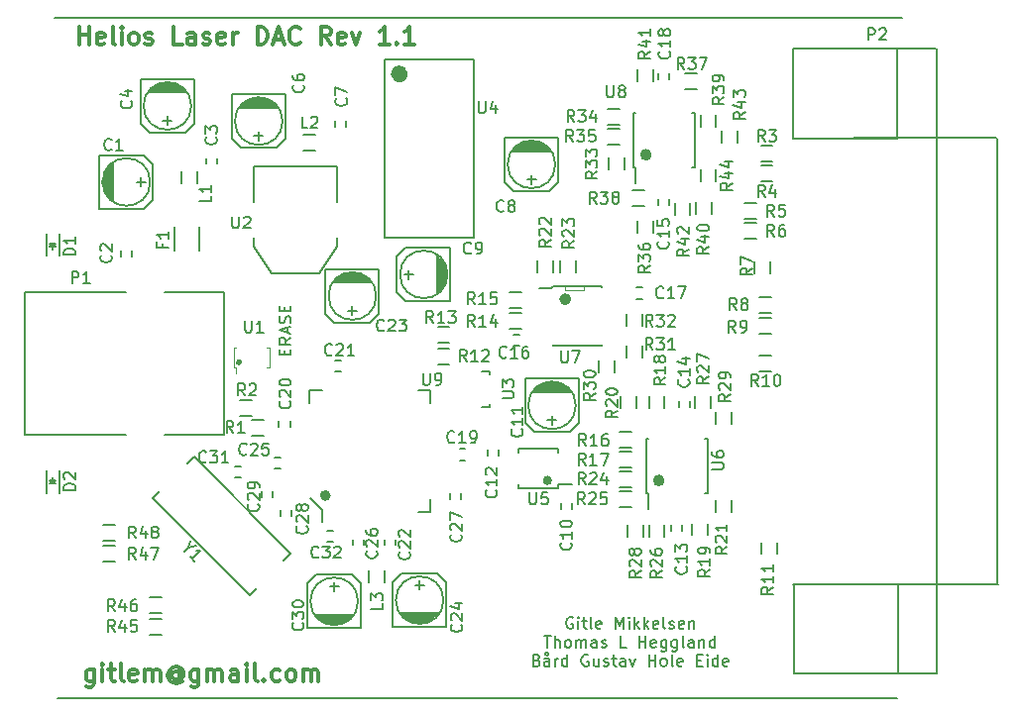
<source format=gbr>
G04 #@! TF.FileFunction,Legend,Top*
%FSLAX46Y46*%
G04 Gerber Fmt 4.6, Leading zero omitted, Abs format (unit mm)*
G04 Created by KiCad (PCBNEW 4.0.2-stable) date 2016-08-13 10:38.46*
%MOMM*%
G01*
G04 APERTURE LIST*
%ADD10C,0.100000*%
%ADD11C,0.200000*%
%ADD12C,0.300000*%
%ADD13C,0.150000*%
%ADD14C,0.500000*%
%ADD15C,1.000000*%
%ADD16C,0.400000*%
G04 APERTURE END LIST*
D10*
D11*
X173250000Y-159600000D02*
X101550000Y-159600000D01*
X173650000Y-101500000D02*
X173450000Y-101500000D01*
X101250000Y-101500000D02*
X173650000Y-101500000D01*
D12*
X104650000Y-157178571D02*
X104650000Y-158392857D01*
X104578571Y-158535714D01*
X104507143Y-158607143D01*
X104364286Y-158678571D01*
X104150000Y-158678571D01*
X104007143Y-158607143D01*
X104650000Y-158107143D02*
X104507143Y-158178571D01*
X104221429Y-158178571D01*
X104078571Y-158107143D01*
X104007143Y-158035714D01*
X103935714Y-157892857D01*
X103935714Y-157464286D01*
X104007143Y-157321429D01*
X104078571Y-157250000D01*
X104221429Y-157178571D01*
X104507143Y-157178571D01*
X104650000Y-157250000D01*
X105364286Y-158178571D02*
X105364286Y-157178571D01*
X105364286Y-156678571D02*
X105292857Y-156750000D01*
X105364286Y-156821429D01*
X105435714Y-156750000D01*
X105364286Y-156678571D01*
X105364286Y-156821429D01*
X105864286Y-157178571D02*
X106435715Y-157178571D01*
X106078572Y-156678571D02*
X106078572Y-157964286D01*
X106150000Y-158107143D01*
X106292858Y-158178571D01*
X106435715Y-158178571D01*
X107150001Y-158178571D02*
X107007143Y-158107143D01*
X106935715Y-157964286D01*
X106935715Y-156678571D01*
X108292857Y-158107143D02*
X108150000Y-158178571D01*
X107864286Y-158178571D01*
X107721429Y-158107143D01*
X107650000Y-157964286D01*
X107650000Y-157392857D01*
X107721429Y-157250000D01*
X107864286Y-157178571D01*
X108150000Y-157178571D01*
X108292857Y-157250000D01*
X108364286Y-157392857D01*
X108364286Y-157535714D01*
X107650000Y-157678571D01*
X109007143Y-158178571D02*
X109007143Y-157178571D01*
X109007143Y-157321429D02*
X109078571Y-157250000D01*
X109221429Y-157178571D01*
X109435714Y-157178571D01*
X109578571Y-157250000D01*
X109650000Y-157392857D01*
X109650000Y-158178571D01*
X109650000Y-157392857D02*
X109721429Y-157250000D01*
X109864286Y-157178571D01*
X110078571Y-157178571D01*
X110221429Y-157250000D01*
X110292857Y-157392857D01*
X110292857Y-158178571D01*
X111935714Y-157464286D02*
X111864286Y-157392857D01*
X111721429Y-157321429D01*
X111578571Y-157321429D01*
X111435714Y-157392857D01*
X111364286Y-157464286D01*
X111292857Y-157607143D01*
X111292857Y-157750000D01*
X111364286Y-157892857D01*
X111435714Y-157964286D01*
X111578571Y-158035714D01*
X111721429Y-158035714D01*
X111864286Y-157964286D01*
X111935714Y-157892857D01*
X111935714Y-157321429D02*
X111935714Y-157892857D01*
X112007143Y-157964286D01*
X112078571Y-157964286D01*
X112221429Y-157892857D01*
X112292857Y-157750000D01*
X112292857Y-157392857D01*
X112150000Y-157178571D01*
X111935714Y-157035714D01*
X111650000Y-156964286D01*
X111364286Y-157035714D01*
X111150000Y-157178571D01*
X111007143Y-157392857D01*
X110935714Y-157678571D01*
X111007143Y-157964286D01*
X111150000Y-158178571D01*
X111364286Y-158321429D01*
X111650000Y-158392857D01*
X111935714Y-158321429D01*
X112150000Y-158178571D01*
X113578571Y-157178571D02*
X113578571Y-158392857D01*
X113507142Y-158535714D01*
X113435714Y-158607143D01*
X113292857Y-158678571D01*
X113078571Y-158678571D01*
X112935714Y-158607143D01*
X113578571Y-158107143D02*
X113435714Y-158178571D01*
X113150000Y-158178571D01*
X113007142Y-158107143D01*
X112935714Y-158035714D01*
X112864285Y-157892857D01*
X112864285Y-157464286D01*
X112935714Y-157321429D01*
X113007142Y-157250000D01*
X113150000Y-157178571D01*
X113435714Y-157178571D01*
X113578571Y-157250000D01*
X114292857Y-158178571D02*
X114292857Y-157178571D01*
X114292857Y-157321429D02*
X114364285Y-157250000D01*
X114507143Y-157178571D01*
X114721428Y-157178571D01*
X114864285Y-157250000D01*
X114935714Y-157392857D01*
X114935714Y-158178571D01*
X114935714Y-157392857D02*
X115007143Y-157250000D01*
X115150000Y-157178571D01*
X115364285Y-157178571D01*
X115507143Y-157250000D01*
X115578571Y-157392857D01*
X115578571Y-158178571D01*
X116935714Y-158178571D02*
X116935714Y-157392857D01*
X116864285Y-157250000D01*
X116721428Y-157178571D01*
X116435714Y-157178571D01*
X116292857Y-157250000D01*
X116935714Y-158107143D02*
X116792857Y-158178571D01*
X116435714Y-158178571D01*
X116292857Y-158107143D01*
X116221428Y-157964286D01*
X116221428Y-157821429D01*
X116292857Y-157678571D01*
X116435714Y-157607143D01*
X116792857Y-157607143D01*
X116935714Y-157535714D01*
X117650000Y-158178571D02*
X117650000Y-157178571D01*
X117650000Y-156678571D02*
X117578571Y-156750000D01*
X117650000Y-156821429D01*
X117721428Y-156750000D01*
X117650000Y-156678571D01*
X117650000Y-156821429D01*
X118578572Y-158178571D02*
X118435714Y-158107143D01*
X118364286Y-157964286D01*
X118364286Y-156678571D01*
X119150000Y-158035714D02*
X119221428Y-158107143D01*
X119150000Y-158178571D01*
X119078571Y-158107143D01*
X119150000Y-158035714D01*
X119150000Y-158178571D01*
X120507143Y-158107143D02*
X120364286Y-158178571D01*
X120078572Y-158178571D01*
X119935714Y-158107143D01*
X119864286Y-158035714D01*
X119792857Y-157892857D01*
X119792857Y-157464286D01*
X119864286Y-157321429D01*
X119935714Y-157250000D01*
X120078572Y-157178571D01*
X120364286Y-157178571D01*
X120507143Y-157250000D01*
X121364286Y-158178571D02*
X121221428Y-158107143D01*
X121150000Y-158035714D01*
X121078571Y-157892857D01*
X121078571Y-157464286D01*
X121150000Y-157321429D01*
X121221428Y-157250000D01*
X121364286Y-157178571D01*
X121578571Y-157178571D01*
X121721428Y-157250000D01*
X121792857Y-157321429D01*
X121864286Y-157464286D01*
X121864286Y-157892857D01*
X121792857Y-158035714D01*
X121721428Y-158107143D01*
X121578571Y-158178571D01*
X121364286Y-158178571D01*
X122507143Y-158178571D02*
X122507143Y-157178571D01*
X122507143Y-157321429D02*
X122578571Y-157250000D01*
X122721429Y-157178571D01*
X122935714Y-157178571D01*
X123078571Y-157250000D01*
X123150000Y-157392857D01*
X123150000Y-158178571D01*
X123150000Y-157392857D02*
X123221429Y-157250000D01*
X123364286Y-157178571D01*
X123578571Y-157178571D01*
X123721429Y-157250000D01*
X123792857Y-157392857D01*
X123792857Y-158178571D01*
D11*
X145521428Y-152750000D02*
X145426190Y-152702381D01*
X145283333Y-152702381D01*
X145140475Y-152750000D01*
X145045237Y-152845238D01*
X144997618Y-152940476D01*
X144949999Y-153130952D01*
X144949999Y-153273810D01*
X144997618Y-153464286D01*
X145045237Y-153559524D01*
X145140475Y-153654762D01*
X145283333Y-153702381D01*
X145378571Y-153702381D01*
X145521428Y-153654762D01*
X145569047Y-153607143D01*
X145569047Y-153273810D01*
X145378571Y-153273810D01*
X145997618Y-153702381D02*
X145997618Y-153035714D01*
X145997618Y-152702381D02*
X145949999Y-152750000D01*
X145997618Y-152797619D01*
X146045237Y-152750000D01*
X145997618Y-152702381D01*
X145997618Y-152797619D01*
X146330951Y-153035714D02*
X146711903Y-153035714D01*
X146473808Y-152702381D02*
X146473808Y-153559524D01*
X146521427Y-153654762D01*
X146616665Y-153702381D01*
X146711903Y-153702381D01*
X147188094Y-153702381D02*
X147092856Y-153654762D01*
X147045237Y-153559524D01*
X147045237Y-152702381D01*
X147950000Y-153654762D02*
X147854762Y-153702381D01*
X147664285Y-153702381D01*
X147569047Y-153654762D01*
X147521428Y-153559524D01*
X147521428Y-153178571D01*
X147569047Y-153083333D01*
X147664285Y-153035714D01*
X147854762Y-153035714D01*
X147950000Y-153083333D01*
X147997619Y-153178571D01*
X147997619Y-153273810D01*
X147521428Y-153369048D01*
X149188095Y-153702381D02*
X149188095Y-152702381D01*
X149521429Y-153416667D01*
X149854762Y-152702381D01*
X149854762Y-153702381D01*
X150330952Y-153702381D02*
X150330952Y-153035714D01*
X150330952Y-152702381D02*
X150283333Y-152750000D01*
X150330952Y-152797619D01*
X150378571Y-152750000D01*
X150330952Y-152702381D01*
X150330952Y-152797619D01*
X150807142Y-153702381D02*
X150807142Y-152702381D01*
X150902380Y-153321429D02*
X151188095Y-153702381D01*
X151188095Y-153035714D02*
X150807142Y-153416667D01*
X151616666Y-153702381D02*
X151616666Y-152702381D01*
X151711904Y-153321429D02*
X151997619Y-153702381D01*
X151997619Y-153035714D02*
X151616666Y-153416667D01*
X152807143Y-153654762D02*
X152711905Y-153702381D01*
X152521428Y-153702381D01*
X152426190Y-153654762D01*
X152378571Y-153559524D01*
X152378571Y-153178571D01*
X152426190Y-153083333D01*
X152521428Y-153035714D01*
X152711905Y-153035714D01*
X152807143Y-153083333D01*
X152854762Y-153178571D01*
X152854762Y-153273810D01*
X152378571Y-153369048D01*
X153426190Y-153702381D02*
X153330952Y-153654762D01*
X153283333Y-153559524D01*
X153283333Y-152702381D01*
X153759524Y-153654762D02*
X153854762Y-153702381D01*
X154045238Y-153702381D01*
X154140477Y-153654762D01*
X154188096Y-153559524D01*
X154188096Y-153511905D01*
X154140477Y-153416667D01*
X154045238Y-153369048D01*
X153902381Y-153369048D01*
X153807143Y-153321429D01*
X153759524Y-153226190D01*
X153759524Y-153178571D01*
X153807143Y-153083333D01*
X153902381Y-153035714D01*
X154045238Y-153035714D01*
X154140477Y-153083333D01*
X154997620Y-153654762D02*
X154902382Y-153702381D01*
X154711905Y-153702381D01*
X154616667Y-153654762D01*
X154569048Y-153559524D01*
X154569048Y-153178571D01*
X154616667Y-153083333D01*
X154711905Y-153035714D01*
X154902382Y-153035714D01*
X154997620Y-153083333D01*
X155045239Y-153178571D01*
X155045239Y-153273810D01*
X154569048Y-153369048D01*
X155473810Y-153035714D02*
X155473810Y-153702381D01*
X155473810Y-153130952D02*
X155521429Y-153083333D01*
X155616667Y-153035714D01*
X155759525Y-153035714D01*
X155854763Y-153083333D01*
X155902382Y-153178571D01*
X155902382Y-153702381D01*
X143092856Y-154302381D02*
X143664285Y-154302381D01*
X143378570Y-155302381D02*
X143378570Y-154302381D01*
X143997618Y-155302381D02*
X143997618Y-154302381D01*
X144426190Y-155302381D02*
X144426190Y-154778571D01*
X144378571Y-154683333D01*
X144283333Y-154635714D01*
X144140475Y-154635714D01*
X144045237Y-154683333D01*
X143997618Y-154730952D01*
X145045237Y-155302381D02*
X144949999Y-155254762D01*
X144902380Y-155207143D01*
X144854761Y-155111905D01*
X144854761Y-154826190D01*
X144902380Y-154730952D01*
X144949999Y-154683333D01*
X145045237Y-154635714D01*
X145188095Y-154635714D01*
X145283333Y-154683333D01*
X145330952Y-154730952D01*
X145378571Y-154826190D01*
X145378571Y-155111905D01*
X145330952Y-155207143D01*
X145283333Y-155254762D01*
X145188095Y-155302381D01*
X145045237Y-155302381D01*
X145807142Y-155302381D02*
X145807142Y-154635714D01*
X145807142Y-154730952D02*
X145854761Y-154683333D01*
X145949999Y-154635714D01*
X146092857Y-154635714D01*
X146188095Y-154683333D01*
X146235714Y-154778571D01*
X146235714Y-155302381D01*
X146235714Y-154778571D02*
X146283333Y-154683333D01*
X146378571Y-154635714D01*
X146521428Y-154635714D01*
X146616666Y-154683333D01*
X146664285Y-154778571D01*
X146664285Y-155302381D01*
X147569047Y-155302381D02*
X147569047Y-154778571D01*
X147521428Y-154683333D01*
X147426190Y-154635714D01*
X147235713Y-154635714D01*
X147140475Y-154683333D01*
X147569047Y-155254762D02*
X147473809Y-155302381D01*
X147235713Y-155302381D01*
X147140475Y-155254762D01*
X147092856Y-155159524D01*
X147092856Y-155064286D01*
X147140475Y-154969048D01*
X147235713Y-154921429D01*
X147473809Y-154921429D01*
X147569047Y-154873810D01*
X147997618Y-155254762D02*
X148092856Y-155302381D01*
X148283332Y-155302381D01*
X148378571Y-155254762D01*
X148426190Y-155159524D01*
X148426190Y-155111905D01*
X148378571Y-155016667D01*
X148283332Y-154969048D01*
X148140475Y-154969048D01*
X148045237Y-154921429D01*
X147997618Y-154826190D01*
X147997618Y-154778571D01*
X148045237Y-154683333D01*
X148140475Y-154635714D01*
X148283332Y-154635714D01*
X148378571Y-154683333D01*
X150092857Y-155302381D02*
X149616666Y-155302381D01*
X149616666Y-154302381D01*
X151188095Y-155302381D02*
X151188095Y-154302381D01*
X151188095Y-154778571D02*
X151759524Y-154778571D01*
X151759524Y-155302381D02*
X151759524Y-154302381D01*
X152616667Y-155254762D02*
X152521429Y-155302381D01*
X152330952Y-155302381D01*
X152235714Y-155254762D01*
X152188095Y-155159524D01*
X152188095Y-154778571D01*
X152235714Y-154683333D01*
X152330952Y-154635714D01*
X152521429Y-154635714D01*
X152616667Y-154683333D01*
X152664286Y-154778571D01*
X152664286Y-154873810D01*
X152188095Y-154969048D01*
X153521429Y-154635714D02*
X153521429Y-155445238D01*
X153473810Y-155540476D01*
X153426191Y-155588095D01*
X153330952Y-155635714D01*
X153188095Y-155635714D01*
X153092857Y-155588095D01*
X153521429Y-155254762D02*
X153426191Y-155302381D01*
X153235714Y-155302381D01*
X153140476Y-155254762D01*
X153092857Y-155207143D01*
X153045238Y-155111905D01*
X153045238Y-154826190D01*
X153092857Y-154730952D01*
X153140476Y-154683333D01*
X153235714Y-154635714D01*
X153426191Y-154635714D01*
X153521429Y-154683333D01*
X154426191Y-154635714D02*
X154426191Y-155445238D01*
X154378572Y-155540476D01*
X154330953Y-155588095D01*
X154235714Y-155635714D01*
X154092857Y-155635714D01*
X153997619Y-155588095D01*
X154426191Y-155254762D02*
X154330953Y-155302381D01*
X154140476Y-155302381D01*
X154045238Y-155254762D01*
X153997619Y-155207143D01*
X153950000Y-155111905D01*
X153950000Y-154826190D01*
X153997619Y-154730952D01*
X154045238Y-154683333D01*
X154140476Y-154635714D01*
X154330953Y-154635714D01*
X154426191Y-154683333D01*
X155045238Y-155302381D02*
X154950000Y-155254762D01*
X154902381Y-155159524D01*
X154902381Y-154302381D01*
X155854763Y-155302381D02*
X155854763Y-154778571D01*
X155807144Y-154683333D01*
X155711906Y-154635714D01*
X155521429Y-154635714D01*
X155426191Y-154683333D01*
X155854763Y-155254762D02*
X155759525Y-155302381D01*
X155521429Y-155302381D01*
X155426191Y-155254762D01*
X155378572Y-155159524D01*
X155378572Y-155064286D01*
X155426191Y-154969048D01*
X155521429Y-154921429D01*
X155759525Y-154921429D01*
X155854763Y-154873810D01*
X156330953Y-154635714D02*
X156330953Y-155302381D01*
X156330953Y-154730952D02*
X156378572Y-154683333D01*
X156473810Y-154635714D01*
X156616668Y-154635714D01*
X156711906Y-154683333D01*
X156759525Y-154778571D01*
X156759525Y-155302381D01*
X157664287Y-155302381D02*
X157664287Y-154302381D01*
X157664287Y-155254762D02*
X157569049Y-155302381D01*
X157378572Y-155302381D01*
X157283334Y-155254762D01*
X157235715Y-155207143D01*
X157188096Y-155111905D01*
X157188096Y-154826190D01*
X157235715Y-154730952D01*
X157283334Y-154683333D01*
X157378572Y-154635714D01*
X157569049Y-154635714D01*
X157664287Y-154683333D01*
X142449999Y-156378571D02*
X142592856Y-156426190D01*
X142640475Y-156473810D01*
X142688094Y-156569048D01*
X142688094Y-156711905D01*
X142640475Y-156807143D01*
X142592856Y-156854762D01*
X142497618Y-156902381D01*
X142116665Y-156902381D01*
X142116665Y-155902381D01*
X142449999Y-155902381D01*
X142545237Y-155950000D01*
X142592856Y-155997619D01*
X142640475Y-156092857D01*
X142640475Y-156188095D01*
X142592856Y-156283333D01*
X142545237Y-156330952D01*
X142449999Y-156378571D01*
X142116665Y-156378571D01*
X143545237Y-156902381D02*
X143545237Y-156378571D01*
X143497618Y-156283333D01*
X143402380Y-156235714D01*
X143211903Y-156235714D01*
X143116665Y-156283333D01*
X143545237Y-156854762D02*
X143449999Y-156902381D01*
X143211903Y-156902381D01*
X143116665Y-156854762D01*
X143069046Y-156759524D01*
X143069046Y-156664286D01*
X143116665Y-156569048D01*
X143211903Y-156521429D01*
X143449999Y-156521429D01*
X143545237Y-156473810D01*
X143307141Y-155997619D02*
X143211903Y-155950000D01*
X143164284Y-155854762D01*
X143211903Y-155759524D01*
X143307141Y-155711905D01*
X143402380Y-155759524D01*
X143449999Y-155854762D01*
X143402380Y-155950000D01*
X143307141Y-155997619D01*
X144021427Y-156902381D02*
X144021427Y-156235714D01*
X144021427Y-156426190D02*
X144069046Y-156330952D01*
X144116665Y-156283333D01*
X144211903Y-156235714D01*
X144307142Y-156235714D01*
X145069047Y-156902381D02*
X145069047Y-155902381D01*
X145069047Y-156854762D02*
X144973809Y-156902381D01*
X144783332Y-156902381D01*
X144688094Y-156854762D01*
X144640475Y-156807143D01*
X144592856Y-156711905D01*
X144592856Y-156426190D01*
X144640475Y-156330952D01*
X144688094Y-156283333D01*
X144783332Y-156235714D01*
X144973809Y-156235714D01*
X145069047Y-156283333D01*
X146830952Y-155950000D02*
X146735714Y-155902381D01*
X146592857Y-155902381D01*
X146449999Y-155950000D01*
X146354761Y-156045238D01*
X146307142Y-156140476D01*
X146259523Y-156330952D01*
X146259523Y-156473810D01*
X146307142Y-156664286D01*
X146354761Y-156759524D01*
X146449999Y-156854762D01*
X146592857Y-156902381D01*
X146688095Y-156902381D01*
X146830952Y-156854762D01*
X146878571Y-156807143D01*
X146878571Y-156473810D01*
X146688095Y-156473810D01*
X147735714Y-156235714D02*
X147735714Y-156902381D01*
X147307142Y-156235714D02*
X147307142Y-156759524D01*
X147354761Y-156854762D01*
X147449999Y-156902381D01*
X147592857Y-156902381D01*
X147688095Y-156854762D01*
X147735714Y-156807143D01*
X148164285Y-156854762D02*
X148259523Y-156902381D01*
X148449999Y-156902381D01*
X148545238Y-156854762D01*
X148592857Y-156759524D01*
X148592857Y-156711905D01*
X148545238Y-156616667D01*
X148449999Y-156569048D01*
X148307142Y-156569048D01*
X148211904Y-156521429D01*
X148164285Y-156426190D01*
X148164285Y-156378571D01*
X148211904Y-156283333D01*
X148307142Y-156235714D01*
X148449999Y-156235714D01*
X148545238Y-156283333D01*
X148878571Y-156235714D02*
X149259523Y-156235714D01*
X149021428Y-155902381D02*
X149021428Y-156759524D01*
X149069047Y-156854762D01*
X149164285Y-156902381D01*
X149259523Y-156902381D01*
X150021429Y-156902381D02*
X150021429Y-156378571D01*
X149973810Y-156283333D01*
X149878572Y-156235714D01*
X149688095Y-156235714D01*
X149592857Y-156283333D01*
X150021429Y-156854762D02*
X149926191Y-156902381D01*
X149688095Y-156902381D01*
X149592857Y-156854762D01*
X149545238Y-156759524D01*
X149545238Y-156664286D01*
X149592857Y-156569048D01*
X149688095Y-156521429D01*
X149926191Y-156521429D01*
X150021429Y-156473810D01*
X150402381Y-156235714D02*
X150640476Y-156902381D01*
X150878572Y-156235714D01*
X152021429Y-156902381D02*
X152021429Y-155902381D01*
X152021429Y-156378571D02*
X152592858Y-156378571D01*
X152592858Y-156902381D02*
X152592858Y-155902381D01*
X153211905Y-156902381D02*
X153116667Y-156854762D01*
X153069048Y-156807143D01*
X153021429Y-156711905D01*
X153021429Y-156426190D01*
X153069048Y-156330952D01*
X153116667Y-156283333D01*
X153211905Y-156235714D01*
X153354763Y-156235714D01*
X153450001Y-156283333D01*
X153497620Y-156330952D01*
X153545239Y-156426190D01*
X153545239Y-156711905D01*
X153497620Y-156807143D01*
X153450001Y-156854762D01*
X153354763Y-156902381D01*
X153211905Y-156902381D01*
X154116667Y-156902381D02*
X154021429Y-156854762D01*
X153973810Y-156759524D01*
X153973810Y-155902381D01*
X154878573Y-156854762D02*
X154783335Y-156902381D01*
X154592858Y-156902381D01*
X154497620Y-156854762D01*
X154450001Y-156759524D01*
X154450001Y-156378571D01*
X154497620Y-156283333D01*
X154592858Y-156235714D01*
X154783335Y-156235714D01*
X154878573Y-156283333D01*
X154926192Y-156378571D01*
X154926192Y-156473810D01*
X154450001Y-156569048D01*
X156116668Y-156378571D02*
X156450002Y-156378571D01*
X156592859Y-156902381D02*
X156116668Y-156902381D01*
X156116668Y-155902381D01*
X156592859Y-155902381D01*
X157021430Y-156902381D02*
X157021430Y-156235714D01*
X157021430Y-155902381D02*
X156973811Y-155950000D01*
X157021430Y-155997619D01*
X157069049Y-155950000D01*
X157021430Y-155902381D01*
X157021430Y-155997619D01*
X157926192Y-156902381D02*
X157926192Y-155902381D01*
X157926192Y-156854762D02*
X157830954Y-156902381D01*
X157640477Y-156902381D01*
X157545239Y-156854762D01*
X157497620Y-156807143D01*
X157450001Y-156711905D01*
X157450001Y-156426190D01*
X157497620Y-156330952D01*
X157545239Y-156283333D01*
X157640477Y-156235714D01*
X157830954Y-156235714D01*
X157926192Y-156283333D01*
X158783335Y-156854762D02*
X158688097Y-156902381D01*
X158497620Y-156902381D01*
X158402382Y-156854762D01*
X158354763Y-156759524D01*
X158354763Y-156378571D01*
X158402382Y-156283333D01*
X158497620Y-156235714D01*
X158688097Y-156235714D01*
X158783335Y-156283333D01*
X158830954Y-156378571D01*
X158830954Y-156473810D01*
X158354763Y-156569048D01*
D12*
X103364287Y-103728571D02*
X103364287Y-102228571D01*
X103364287Y-102942857D02*
X104221430Y-102942857D01*
X104221430Y-103728571D02*
X104221430Y-102228571D01*
X105507144Y-103657143D02*
X105364287Y-103728571D01*
X105078573Y-103728571D01*
X104935716Y-103657143D01*
X104864287Y-103514286D01*
X104864287Y-102942857D01*
X104935716Y-102800000D01*
X105078573Y-102728571D01*
X105364287Y-102728571D01*
X105507144Y-102800000D01*
X105578573Y-102942857D01*
X105578573Y-103085714D01*
X104864287Y-103228571D01*
X106435716Y-103728571D02*
X106292858Y-103657143D01*
X106221430Y-103514286D01*
X106221430Y-102228571D01*
X107007144Y-103728571D02*
X107007144Y-102728571D01*
X107007144Y-102228571D02*
X106935715Y-102300000D01*
X107007144Y-102371429D01*
X107078572Y-102300000D01*
X107007144Y-102228571D01*
X107007144Y-102371429D01*
X107935716Y-103728571D02*
X107792858Y-103657143D01*
X107721430Y-103585714D01*
X107650001Y-103442857D01*
X107650001Y-103014286D01*
X107721430Y-102871429D01*
X107792858Y-102800000D01*
X107935716Y-102728571D01*
X108150001Y-102728571D01*
X108292858Y-102800000D01*
X108364287Y-102871429D01*
X108435716Y-103014286D01*
X108435716Y-103442857D01*
X108364287Y-103585714D01*
X108292858Y-103657143D01*
X108150001Y-103728571D01*
X107935716Y-103728571D01*
X109007144Y-103657143D02*
X109150001Y-103728571D01*
X109435716Y-103728571D01*
X109578573Y-103657143D01*
X109650001Y-103514286D01*
X109650001Y-103442857D01*
X109578573Y-103300000D01*
X109435716Y-103228571D01*
X109221430Y-103228571D01*
X109078573Y-103157143D01*
X109007144Y-103014286D01*
X109007144Y-102942857D01*
X109078573Y-102800000D01*
X109221430Y-102728571D01*
X109435716Y-102728571D01*
X109578573Y-102800000D01*
X112150002Y-103728571D02*
X111435716Y-103728571D01*
X111435716Y-102228571D01*
X113292859Y-103728571D02*
X113292859Y-102942857D01*
X113221430Y-102800000D01*
X113078573Y-102728571D01*
X112792859Y-102728571D01*
X112650002Y-102800000D01*
X113292859Y-103657143D02*
X113150002Y-103728571D01*
X112792859Y-103728571D01*
X112650002Y-103657143D01*
X112578573Y-103514286D01*
X112578573Y-103371429D01*
X112650002Y-103228571D01*
X112792859Y-103157143D01*
X113150002Y-103157143D01*
X113292859Y-103085714D01*
X113935716Y-103657143D02*
X114078573Y-103728571D01*
X114364288Y-103728571D01*
X114507145Y-103657143D01*
X114578573Y-103514286D01*
X114578573Y-103442857D01*
X114507145Y-103300000D01*
X114364288Y-103228571D01*
X114150002Y-103228571D01*
X114007145Y-103157143D01*
X113935716Y-103014286D01*
X113935716Y-102942857D01*
X114007145Y-102800000D01*
X114150002Y-102728571D01*
X114364288Y-102728571D01*
X114507145Y-102800000D01*
X115792859Y-103657143D02*
X115650002Y-103728571D01*
X115364288Y-103728571D01*
X115221431Y-103657143D01*
X115150002Y-103514286D01*
X115150002Y-102942857D01*
X115221431Y-102800000D01*
X115364288Y-102728571D01*
X115650002Y-102728571D01*
X115792859Y-102800000D01*
X115864288Y-102942857D01*
X115864288Y-103085714D01*
X115150002Y-103228571D01*
X116507145Y-103728571D02*
X116507145Y-102728571D01*
X116507145Y-103014286D02*
X116578573Y-102871429D01*
X116650002Y-102800000D01*
X116792859Y-102728571D01*
X116935716Y-102728571D01*
X118578573Y-103728571D02*
X118578573Y-102228571D01*
X118935716Y-102228571D01*
X119150001Y-102300000D01*
X119292859Y-102442857D01*
X119364287Y-102585714D01*
X119435716Y-102871429D01*
X119435716Y-103085714D01*
X119364287Y-103371429D01*
X119292859Y-103514286D01*
X119150001Y-103657143D01*
X118935716Y-103728571D01*
X118578573Y-103728571D01*
X120007144Y-103300000D02*
X120721430Y-103300000D01*
X119864287Y-103728571D02*
X120364287Y-102228571D01*
X120864287Y-103728571D01*
X122221430Y-103585714D02*
X122150001Y-103657143D01*
X121935715Y-103728571D01*
X121792858Y-103728571D01*
X121578573Y-103657143D01*
X121435715Y-103514286D01*
X121364287Y-103371429D01*
X121292858Y-103085714D01*
X121292858Y-102871429D01*
X121364287Y-102585714D01*
X121435715Y-102442857D01*
X121578573Y-102300000D01*
X121792858Y-102228571D01*
X121935715Y-102228571D01*
X122150001Y-102300000D01*
X122221430Y-102371429D01*
X124864287Y-103728571D02*
X124364287Y-103014286D01*
X124007144Y-103728571D02*
X124007144Y-102228571D01*
X124578572Y-102228571D01*
X124721430Y-102300000D01*
X124792858Y-102371429D01*
X124864287Y-102514286D01*
X124864287Y-102728571D01*
X124792858Y-102871429D01*
X124721430Y-102942857D01*
X124578572Y-103014286D01*
X124007144Y-103014286D01*
X126078572Y-103657143D02*
X125935715Y-103728571D01*
X125650001Y-103728571D01*
X125507144Y-103657143D01*
X125435715Y-103514286D01*
X125435715Y-102942857D01*
X125507144Y-102800000D01*
X125650001Y-102728571D01*
X125935715Y-102728571D01*
X126078572Y-102800000D01*
X126150001Y-102942857D01*
X126150001Y-103085714D01*
X125435715Y-103228571D01*
X126650001Y-102728571D02*
X127007144Y-103728571D01*
X127364286Y-102728571D01*
X129864286Y-103728571D02*
X129007143Y-103728571D01*
X129435715Y-103728571D02*
X129435715Y-102228571D01*
X129292858Y-102442857D01*
X129150000Y-102585714D01*
X129007143Y-102657143D01*
X130507143Y-103585714D02*
X130578571Y-103657143D01*
X130507143Y-103728571D01*
X130435714Y-103657143D01*
X130507143Y-103585714D01*
X130507143Y-103728571D01*
X132007143Y-103728571D02*
X131150000Y-103728571D01*
X131578572Y-103728571D02*
X131578572Y-102228571D01*
X131435715Y-102442857D01*
X131292857Y-102585714D01*
X131150000Y-102657143D01*
D13*
X150125000Y-127800000D02*
X150125000Y-126800000D01*
X151475000Y-126800000D02*
X151475000Y-127800000D01*
X125356000Y-117176000D02*
X125356000Y-114128000D01*
X125356000Y-114128000D02*
X118244000Y-114128000D01*
X118244000Y-114128000D02*
X118244000Y-117176000D01*
X125356000Y-120224000D02*
X125356000Y-120986000D01*
X125356000Y-120986000D02*
X123832000Y-123272000D01*
X123832000Y-123272000D02*
X119768000Y-123272000D01*
X119768000Y-123272000D02*
X118244000Y-120986000D01*
X118244000Y-120986000D02*
X118244000Y-120224000D01*
X106925000Y-121350000D02*
X106925000Y-121850000D01*
X107875000Y-121850000D02*
X107875000Y-121350000D01*
X114225000Y-113450000D02*
X114225000Y-113950000D01*
X115175000Y-113950000D02*
X115175000Y-113450000D01*
X125225000Y-110250000D02*
X125225000Y-110750000D01*
X126175000Y-110750000D02*
X126175000Y-110250000D01*
X145475000Y-143450000D02*
X145475000Y-142950000D01*
X144525000Y-142950000D02*
X144525000Y-143450000D01*
X139175000Y-138850000D02*
X139175000Y-138350000D01*
X138225000Y-138350000D02*
X138225000Y-138850000D01*
X153925000Y-144800000D02*
X153925000Y-145300000D01*
X154875000Y-145300000D02*
X154875000Y-144800000D01*
X155525000Y-134700000D02*
X155525000Y-134200000D01*
X154575000Y-134200000D02*
X154575000Y-134700000D01*
X152825000Y-116950000D02*
X152825000Y-117450000D01*
X153775000Y-117450000D02*
X153775000Y-116950000D01*
X140950000Y-128525000D02*
X140450000Y-128525000D01*
X140450000Y-129475000D02*
X140950000Y-129475000D01*
X151000000Y-125475000D02*
X151500000Y-125475000D01*
X151500000Y-124525000D02*
X151000000Y-124525000D01*
X153775000Y-106750000D02*
X153775000Y-106250000D01*
X152825000Y-106250000D02*
X152825000Y-106750000D01*
X136350000Y-138325000D02*
X135850000Y-138325000D01*
X135850000Y-139275000D02*
X136350000Y-139275000D01*
X120425000Y-135950000D02*
X120425000Y-136450000D01*
X121375000Y-136450000D02*
X121375000Y-135950000D01*
X125250000Y-131675000D02*
X125750000Y-131675000D01*
X125750000Y-130725000D02*
X125250000Y-130725000D01*
X130375000Y-146550000D02*
X130375000Y-146050000D01*
X129425000Y-146050000D02*
X129425000Y-146550000D01*
X120050000Y-139975000D02*
X120550000Y-139975000D01*
X120550000Y-139025000D02*
X120050000Y-139025000D01*
X127675000Y-146550000D02*
X127675000Y-146050000D01*
X126725000Y-146050000D02*
X126725000Y-146550000D01*
X135975000Y-142650000D02*
X135975000Y-142150000D01*
X135025000Y-142150000D02*
X135025000Y-142650000D01*
X121475000Y-144050000D02*
X121475000Y-143550000D01*
X120525000Y-143550000D02*
X120525000Y-144050000D01*
X118925000Y-141950000D02*
X118925000Y-142450000D01*
X119875000Y-142450000D02*
X119875000Y-141950000D01*
X116650000Y-140775000D02*
X117150000Y-140775000D01*
X117150000Y-139825000D02*
X116650000Y-139825000D01*
X125050000Y-145325000D02*
X124550000Y-145325000D01*
X124550000Y-146275000D02*
X125050000Y-146275000D01*
X100550000Y-119900000D02*
X100550000Y-121800000D01*
X101650000Y-119900000D02*
X101650000Y-121800000D01*
X101100000Y-120800000D02*
X101100000Y-121250000D01*
X101350000Y-120750000D02*
X100850000Y-120750000D01*
X101100000Y-120750000D02*
X101350000Y-121000000D01*
X101350000Y-121000000D02*
X100850000Y-121000000D01*
X100850000Y-121000000D02*
X101100000Y-120750000D01*
X101650000Y-142100000D02*
X101650000Y-140200000D01*
X100550000Y-142100000D02*
X100550000Y-140200000D01*
X101100000Y-141200000D02*
X101100000Y-140750000D01*
X100850000Y-141250000D02*
X101350000Y-141250000D01*
X101100000Y-141250000D02*
X100850000Y-141000000D01*
X100850000Y-141000000D02*
X101350000Y-141000000D01*
X101350000Y-141000000D02*
X101100000Y-141250000D01*
X113625000Y-119350000D02*
X113625000Y-121350000D01*
X111475000Y-121350000D02*
X111475000Y-119350000D01*
X113475000Y-114600000D02*
X113475000Y-115600000D01*
X112125000Y-115600000D02*
X112125000Y-114600000D01*
X123500000Y-112775000D02*
X122500000Y-112775000D01*
X122500000Y-111425000D02*
X123500000Y-111425000D01*
X128075000Y-149700000D02*
X128075000Y-148700000D01*
X129425000Y-148700000D02*
X129425000Y-149700000D01*
X107400000Y-124884000D02*
X98764000Y-124884000D01*
X115782000Y-124884000D02*
X110702000Y-124884000D01*
X107400000Y-137076000D02*
X98764000Y-137076000D01*
X115782000Y-137076000D02*
X110702000Y-137076000D01*
X98764000Y-137076000D02*
X98764000Y-124884000D01*
X115782000Y-124884000D02*
X115782000Y-137076000D01*
X181800000Y-149900000D02*
X181800000Y-111800000D01*
X181700000Y-111700000D02*
X169500000Y-111700000D01*
X181900000Y-149900000D02*
X169700000Y-149900000D01*
X176600000Y-104100000D02*
X176600000Y-110200000D01*
X176600000Y-104400000D02*
X176600000Y-110500000D01*
X176500000Y-104100000D02*
X164300000Y-104100000D01*
X176600000Y-151200000D02*
X176600000Y-157300000D01*
X176600000Y-157300000D02*
X176600000Y-157500000D01*
X176600000Y-157500000D02*
X164400000Y-157500000D01*
X173200000Y-149900000D02*
X164310000Y-149900000D01*
X173200000Y-111800000D02*
X164310000Y-111800000D01*
X173300000Y-157420000D02*
X173300000Y-149800000D01*
X173200000Y-104180000D02*
X173200000Y-111800000D01*
X164410000Y-149800000D02*
X164410000Y-157420000D01*
X176605000Y-110530000D02*
X176605000Y-151170000D01*
X164310000Y-104180000D02*
X164310000Y-111800000D01*
X119100000Y-137175000D02*
X118100000Y-137175000D01*
X118100000Y-135825000D02*
X119100000Y-135825000D01*
X117100000Y-134125000D02*
X118100000Y-134125000D01*
X118100000Y-135475000D02*
X117100000Y-135475000D01*
X161600000Y-112425000D02*
X162600000Y-112425000D01*
X162600000Y-113775000D02*
X161600000Y-113775000D01*
X161600000Y-114125000D02*
X162600000Y-114125000D01*
X162600000Y-115475000D02*
X161600000Y-115475000D01*
X160200000Y-117325000D02*
X161200000Y-117325000D01*
X161200000Y-118675000D02*
X160200000Y-118675000D01*
X160200000Y-119025000D02*
X161200000Y-119025000D01*
X161200000Y-120375000D02*
X160200000Y-120375000D01*
X161025000Y-123300000D02*
X161025000Y-122300000D01*
X162375000Y-122300000D02*
X162375000Y-123300000D01*
X161500000Y-125325000D02*
X162500000Y-125325000D01*
X162500000Y-126675000D02*
X161500000Y-126675000D01*
X161500000Y-127125000D02*
X162500000Y-127125000D01*
X162500000Y-128475000D02*
X161500000Y-128475000D01*
X161500000Y-130325000D02*
X162500000Y-130325000D01*
X162500000Y-131675000D02*
X161500000Y-131675000D01*
X162975000Y-146300000D02*
X162975000Y-147300000D01*
X161625000Y-147300000D02*
X161625000Y-146300000D01*
X135000000Y-131075000D02*
X134000000Y-131075000D01*
X134000000Y-129725000D02*
X135000000Y-129725000D01*
X135000000Y-129275000D02*
X134000000Y-129275000D01*
X134000000Y-127925000D02*
X135000000Y-127925000D01*
X141100000Y-128075000D02*
X140100000Y-128075000D01*
X140100000Y-126725000D02*
X141100000Y-126725000D01*
X140100000Y-124925000D02*
X141100000Y-124925000D01*
X141100000Y-126275000D02*
X140100000Y-126275000D01*
X149500000Y-136825000D02*
X150500000Y-136825000D01*
X150500000Y-138175000D02*
X149500000Y-138175000D01*
X149500000Y-140225000D02*
X150500000Y-140225000D01*
X150500000Y-141575000D02*
X149500000Y-141575000D01*
X153375000Y-133800000D02*
X153375000Y-134800000D01*
X152025000Y-134800000D02*
X152025000Y-133800000D01*
X155725000Y-145700000D02*
X155725000Y-144700000D01*
X157075000Y-144700000D02*
X157075000Y-145700000D01*
X150975000Y-133800000D02*
X150975000Y-134800000D01*
X149625000Y-134800000D02*
X149625000Y-133800000D01*
X157725000Y-143700000D02*
X157725000Y-142700000D01*
X159075000Y-142700000D02*
X159075000Y-143700000D01*
X143875000Y-122200000D02*
X143875000Y-123200000D01*
X142525000Y-123200000D02*
X142525000Y-122200000D01*
X144425000Y-123200000D02*
X144425000Y-122200000D01*
X145775000Y-122200000D02*
X145775000Y-123200000D01*
X149500000Y-138525000D02*
X150500000Y-138525000D01*
X150500000Y-139875000D02*
X149500000Y-139875000D01*
X149500000Y-141925000D02*
X150500000Y-141925000D01*
X150500000Y-143275000D02*
X149500000Y-143275000D01*
X152025000Y-145800000D02*
X152025000Y-144800000D01*
X153375000Y-144800000D02*
X153375000Y-145800000D01*
X157325000Y-133800000D02*
X157325000Y-134800000D01*
X155975000Y-134800000D02*
X155975000Y-133800000D01*
X150225000Y-145800000D02*
X150225000Y-144800000D01*
X151575000Y-144800000D02*
X151575000Y-145800000D01*
X159125000Y-135200000D02*
X159125000Y-136200000D01*
X157775000Y-136200000D02*
X157775000Y-135200000D01*
X147725000Y-131800000D02*
X147725000Y-130800000D01*
X149075000Y-130800000D02*
X149075000Y-131800000D01*
X151475000Y-129500000D02*
X151475000Y-130500000D01*
X150125000Y-130500000D02*
X150125000Y-129500000D01*
X149975000Y-113400000D02*
X149975000Y-114400000D01*
X148625000Y-114400000D02*
X148625000Y-113400000D01*
X148500000Y-109225000D02*
X149500000Y-109225000D01*
X149500000Y-110575000D02*
X148500000Y-110575000D01*
X148500000Y-110925000D02*
X149500000Y-110925000D01*
X149500000Y-112275000D02*
X148500000Y-112275000D01*
X151025000Y-119800000D02*
X151025000Y-118800000D01*
X152375000Y-118800000D02*
X152375000Y-119800000D01*
X155100000Y-106225000D02*
X156100000Y-106225000D01*
X156100000Y-107575000D02*
X155100000Y-107575000D01*
X151600000Y-117575000D02*
X150600000Y-117575000D01*
X150600000Y-116225000D02*
X151600000Y-116225000D01*
X157775000Y-109800000D02*
X157775000Y-110800000D01*
X156425000Y-110800000D02*
X156425000Y-109800000D01*
X156025000Y-118200000D02*
X156025000Y-117200000D01*
X157375000Y-117200000D02*
X157375000Y-118200000D01*
X152375000Y-105900000D02*
X152375000Y-106900000D01*
X151025000Y-106900000D02*
X151025000Y-105900000D01*
X154225000Y-118300000D02*
X154225000Y-117300000D01*
X155575000Y-117300000D02*
X155575000Y-118300000D01*
X159575000Y-111100000D02*
X159575000Y-112100000D01*
X158225000Y-112100000D02*
X158225000Y-111100000D01*
X156425000Y-115400000D02*
X156425000Y-114400000D01*
X157775000Y-114400000D02*
X157775000Y-115400000D01*
X109400000Y-152875000D02*
X110400000Y-152875000D01*
X110400000Y-154225000D02*
X109400000Y-154225000D01*
X109400000Y-151025000D02*
X110400000Y-151025000D01*
X110400000Y-152375000D02*
X109400000Y-152375000D01*
X105450000Y-146625000D02*
X106450000Y-146625000D01*
X106450000Y-147975000D02*
X105450000Y-147975000D01*
X105450000Y-144825000D02*
X106450000Y-144825000D01*
X106450000Y-146175000D02*
X105450000Y-146175000D01*
D10*
X116750000Y-131350000D02*
X116750000Y-131900000D01*
D14*
X117030000Y-130900000D02*
G75*
G03X117030000Y-130900000I-30000J0D01*
G01*
D10*
X119350000Y-131350000D02*
X119600000Y-131350000D01*
X119600000Y-131350000D02*
X119600000Y-129650000D01*
X119600000Y-129650000D02*
X119350000Y-129650000D01*
X116750000Y-131350000D02*
X116550000Y-131350000D01*
X116550000Y-131350000D02*
X116550000Y-129650000D01*
X116550000Y-129650000D02*
X116750000Y-129650000D01*
D13*
X138450240Y-134499160D02*
X138450240Y-134450900D01*
X137749200Y-131700180D02*
X138450240Y-131700180D01*
X138450240Y-131700180D02*
X138450240Y-131949100D01*
X138450240Y-134499160D02*
X138450240Y-134699820D01*
X138450240Y-134699820D02*
X137749200Y-134699820D01*
D15*
X130940000Y-106270000D02*
G75*
G03X130940000Y-106270000I-230000J0D01*
G01*
D13*
X137060000Y-105000000D02*
X137060000Y-120240000D01*
X137060000Y-120240000D02*
X129440000Y-120240000D01*
X129440000Y-120240000D02*
X129440000Y-105000000D01*
X129440000Y-105000000D02*
X137060000Y-105000000D01*
D16*
X143554000Y-141016000D02*
G75*
G03X143554000Y-141016000I-192000J0D01*
G01*
D13*
X144275000Y-141675000D02*
X144275000Y-141375000D01*
X140925000Y-141675000D02*
X140925000Y-141375000D01*
X140925000Y-138325000D02*
X140925000Y-138625000D01*
X144275000Y-138325000D02*
X144275000Y-138625000D01*
X144275000Y-141675000D02*
X140925000Y-141675000D01*
X144275000Y-138325000D02*
X140925000Y-138325000D01*
X144275000Y-141375000D02*
X145500000Y-141375000D01*
D14*
X153130000Y-141020000D02*
G75*
G03X153130000Y-141020000I-254000J0D01*
G01*
D13*
X151775000Y-142075000D02*
X152000000Y-142075000D01*
X151775000Y-137425000D02*
X152000000Y-137425000D01*
X157025000Y-137425000D02*
X156800000Y-137425000D01*
X157025000Y-142075000D02*
X156800000Y-142075000D01*
X151775000Y-142075000D02*
X151775000Y-137425000D01*
X157025000Y-142075000D02*
X157025000Y-137425000D01*
X152000000Y-142075000D02*
X152000000Y-143425000D01*
D10*
X144900000Y-124400000D02*
X144900000Y-124750000D01*
X144900000Y-124750000D02*
X146500000Y-124750000D01*
X146500000Y-124750000D02*
X146500000Y-124400000D01*
D13*
X143700000Y-124550000D02*
X142700000Y-124550000D01*
X143725000Y-124525000D02*
X143725000Y-124380000D01*
D14*
X145138000Y-125526000D02*
G75*
G03X145138000Y-125526000I-254000J0D01*
G01*
D13*
X147975000Y-124375000D02*
X147975000Y-124520000D01*
X147975000Y-129525000D02*
X147975000Y-129380000D01*
X143825000Y-129525000D02*
X143825000Y-129380000D01*
X143825000Y-124375000D02*
X147975000Y-124375000D01*
X143825000Y-129525000D02*
X147975000Y-129525000D01*
D14*
X152030000Y-113170000D02*
G75*
G03X152030000Y-113170000I-254000J0D01*
G01*
D13*
X150675000Y-114225000D02*
X150900000Y-114225000D01*
X150675000Y-109575000D02*
X150900000Y-109575000D01*
X155925000Y-109575000D02*
X155700000Y-109575000D01*
X155925000Y-114225000D02*
X155700000Y-114225000D01*
X150675000Y-114225000D02*
X150675000Y-109575000D01*
X155925000Y-114225000D02*
X155925000Y-109575000D01*
X150900000Y-114225000D02*
X150900000Y-115575000D01*
X124136000Y-144596000D02*
X124136000Y-143580000D01*
D14*
X124596000Y-142310000D02*
G75*
G03X124596000Y-142310000I-206000J0D01*
G01*
D13*
X124136000Y-143580000D02*
X123120000Y-142564000D01*
X123025000Y-133325000D02*
X124100000Y-133325000D01*
X133375000Y-133325000D02*
X132300000Y-133325000D01*
X133375000Y-143675000D02*
X132300000Y-143675000D01*
X133375000Y-143675000D02*
X133375000Y-142600000D01*
X133375000Y-133325000D02*
X133375000Y-134400000D01*
X123025000Y-133325000D02*
X123025000Y-134400000D01*
X121453620Y-147268992D02*
X113181008Y-138996380D01*
X109646380Y-142531008D02*
X117918992Y-150803620D01*
X113181008Y-138996380D02*
X112581127Y-139596261D01*
X109646380Y-142531008D02*
X110246261Y-141931127D01*
X121453620Y-147268992D02*
X120853739Y-147868873D01*
X117918992Y-150803620D02*
X118518873Y-150203739D01*
X109051000Y-115500000D02*
X108289000Y-115500000D01*
X108670000Y-115119000D02*
X108670000Y-115881000D01*
X108924000Y-117786000D02*
X105114000Y-117786000D01*
X109686000Y-113976000D02*
X109686000Y-117024000D01*
X108924000Y-117786000D02*
X109686000Y-117024000D01*
X108924000Y-113214000D02*
X105114000Y-113214000D01*
X108924000Y-113214000D02*
X109686000Y-113976000D01*
X105368000Y-115627000D02*
X105368000Y-115373000D01*
X105495000Y-114865000D02*
X105495000Y-116135000D01*
X105622000Y-116389000D02*
X105622000Y-114611000D01*
X105749000Y-116643000D02*
X105749000Y-114357000D01*
X105876000Y-114230000D02*
X105876000Y-116770000D01*
X106003000Y-116897000D02*
X106003000Y-114103000D01*
X106130000Y-113976000D02*
X106130000Y-117024000D01*
X106257000Y-113849000D02*
X106257000Y-117151000D01*
X105114000Y-113214000D02*
X105114000Y-117786000D01*
X109432000Y-115500000D02*
G75*
G03X109432000Y-115500000I-2032000J0D01*
G01*
X110900000Y-110651000D02*
X110900000Y-109889000D01*
X111281000Y-110270000D02*
X110519000Y-110270000D01*
X108614000Y-110524000D02*
X108614000Y-106714000D01*
X112424000Y-111286000D02*
X109376000Y-111286000D01*
X108614000Y-110524000D02*
X109376000Y-111286000D01*
X113186000Y-110524000D02*
X113186000Y-106714000D01*
X113186000Y-110524000D02*
X112424000Y-111286000D01*
X110773000Y-106968000D02*
X111027000Y-106968000D01*
X111535000Y-107095000D02*
X110265000Y-107095000D01*
X110011000Y-107222000D02*
X111789000Y-107222000D01*
X109757000Y-107349000D02*
X112043000Y-107349000D01*
X112170000Y-107476000D02*
X109630000Y-107476000D01*
X109503000Y-107603000D02*
X112297000Y-107603000D01*
X112424000Y-107730000D02*
X109376000Y-107730000D01*
X112551000Y-107857000D02*
X109249000Y-107857000D01*
X113186000Y-106714000D02*
X108614000Y-106714000D01*
X112932000Y-109000000D02*
G75*
G03X112932000Y-109000000I-2032000J0D01*
G01*
X118700000Y-111951000D02*
X118700000Y-111189000D01*
X119081000Y-111570000D02*
X118319000Y-111570000D01*
X116414000Y-111824000D02*
X116414000Y-108014000D01*
X120224000Y-112586000D02*
X117176000Y-112586000D01*
X116414000Y-111824000D02*
X117176000Y-112586000D01*
X120986000Y-111824000D02*
X120986000Y-108014000D01*
X120986000Y-111824000D02*
X120224000Y-112586000D01*
X118573000Y-108268000D02*
X118827000Y-108268000D01*
X119335000Y-108395000D02*
X118065000Y-108395000D01*
X117811000Y-108522000D02*
X119589000Y-108522000D01*
X117557000Y-108649000D02*
X119843000Y-108649000D01*
X119970000Y-108776000D02*
X117430000Y-108776000D01*
X117303000Y-108903000D02*
X120097000Y-108903000D01*
X120224000Y-109030000D02*
X117176000Y-109030000D01*
X120351000Y-109157000D02*
X117049000Y-109157000D01*
X120986000Y-108014000D02*
X116414000Y-108014000D01*
X120732000Y-110300000D02*
G75*
G03X120732000Y-110300000I-2032000J0D01*
G01*
X142000000Y-115651000D02*
X142000000Y-114889000D01*
X142381000Y-115270000D02*
X141619000Y-115270000D01*
X139714000Y-115524000D02*
X139714000Y-111714000D01*
X143524000Y-116286000D02*
X140476000Y-116286000D01*
X139714000Y-115524000D02*
X140476000Y-116286000D01*
X144286000Y-115524000D02*
X144286000Y-111714000D01*
X144286000Y-115524000D02*
X143524000Y-116286000D01*
X141873000Y-111968000D02*
X142127000Y-111968000D01*
X142635000Y-112095000D02*
X141365000Y-112095000D01*
X141111000Y-112222000D02*
X142889000Y-112222000D01*
X140857000Y-112349000D02*
X143143000Y-112349000D01*
X143270000Y-112476000D02*
X140730000Y-112476000D01*
X140603000Y-112603000D02*
X143397000Y-112603000D01*
X143524000Y-112730000D02*
X140476000Y-112730000D01*
X143651000Y-112857000D02*
X140349000Y-112857000D01*
X144286000Y-111714000D02*
X139714000Y-111714000D01*
X144032000Y-114000000D02*
G75*
G03X144032000Y-114000000I-2032000J0D01*
G01*
X131149000Y-123400000D02*
X131911000Y-123400000D01*
X131530000Y-123781000D02*
X131530000Y-123019000D01*
X131276000Y-121114000D02*
X135086000Y-121114000D01*
X130514000Y-124924000D02*
X130514000Y-121876000D01*
X131276000Y-121114000D02*
X130514000Y-121876000D01*
X131276000Y-125686000D02*
X135086000Y-125686000D01*
X131276000Y-125686000D02*
X130514000Y-124924000D01*
X134832000Y-123273000D02*
X134832000Y-123527000D01*
X134705000Y-124035000D02*
X134705000Y-122765000D01*
X134578000Y-122511000D02*
X134578000Y-124289000D01*
X134451000Y-122257000D02*
X134451000Y-124543000D01*
X134324000Y-124670000D02*
X134324000Y-122130000D01*
X134197000Y-122003000D02*
X134197000Y-124797000D01*
X134070000Y-124924000D02*
X134070000Y-121876000D01*
X133943000Y-125051000D02*
X133943000Y-121749000D01*
X135086000Y-125686000D02*
X135086000Y-121114000D01*
X134832000Y-123400000D02*
G75*
G03X134832000Y-123400000I-2032000J0D01*
G01*
X143750000Y-136251000D02*
X143750000Y-135489000D01*
X144131000Y-135870000D02*
X143369000Y-135870000D01*
X141464000Y-136124000D02*
X141464000Y-132314000D01*
X145274000Y-136886000D02*
X142226000Y-136886000D01*
X141464000Y-136124000D02*
X142226000Y-136886000D01*
X146036000Y-136124000D02*
X146036000Y-132314000D01*
X146036000Y-136124000D02*
X145274000Y-136886000D01*
X143623000Y-132568000D02*
X143877000Y-132568000D01*
X144385000Y-132695000D02*
X143115000Y-132695000D01*
X142861000Y-132822000D02*
X144639000Y-132822000D01*
X142607000Y-132949000D02*
X144893000Y-132949000D01*
X145020000Y-133076000D02*
X142480000Y-133076000D01*
X142353000Y-133203000D02*
X145147000Y-133203000D01*
X145274000Y-133330000D02*
X142226000Y-133330000D01*
X145401000Y-133457000D02*
X142099000Y-133457000D01*
X146036000Y-132314000D02*
X141464000Y-132314000D01*
X145782000Y-134600000D02*
G75*
G03X145782000Y-134600000I-2032000J0D01*
G01*
X126700000Y-126901000D02*
X126700000Y-126139000D01*
X127081000Y-126520000D02*
X126319000Y-126520000D01*
X124414000Y-126774000D02*
X124414000Y-122964000D01*
X128224000Y-127536000D02*
X125176000Y-127536000D01*
X124414000Y-126774000D02*
X125176000Y-127536000D01*
X128986000Y-126774000D02*
X128986000Y-122964000D01*
X128986000Y-126774000D02*
X128224000Y-127536000D01*
X126573000Y-123218000D02*
X126827000Y-123218000D01*
X127335000Y-123345000D02*
X126065000Y-123345000D01*
X125811000Y-123472000D02*
X127589000Y-123472000D01*
X125557000Y-123599000D02*
X127843000Y-123599000D01*
X127970000Y-123726000D02*
X125430000Y-123726000D01*
X125303000Y-123853000D02*
X128097000Y-123853000D01*
X128224000Y-123980000D02*
X125176000Y-123980000D01*
X128351000Y-124107000D02*
X125049000Y-124107000D01*
X128986000Y-122964000D02*
X124414000Y-122964000D01*
X128732000Y-125250000D02*
G75*
G03X128732000Y-125250000I-2032000J0D01*
G01*
X132450000Y-149599000D02*
X132450000Y-150361000D01*
X132069000Y-149980000D02*
X132831000Y-149980000D01*
X134736000Y-149726000D02*
X134736000Y-153536000D01*
X130926000Y-148964000D02*
X133974000Y-148964000D01*
X134736000Y-149726000D02*
X133974000Y-148964000D01*
X130164000Y-149726000D02*
X130164000Y-153536000D01*
X130164000Y-149726000D02*
X130926000Y-148964000D01*
X132577000Y-153282000D02*
X132323000Y-153282000D01*
X131815000Y-153155000D02*
X133085000Y-153155000D01*
X133339000Y-153028000D02*
X131561000Y-153028000D01*
X133593000Y-152901000D02*
X131307000Y-152901000D01*
X131180000Y-152774000D02*
X133720000Y-152774000D01*
X133847000Y-152647000D02*
X131053000Y-152647000D01*
X130926000Y-152520000D02*
X133974000Y-152520000D01*
X130799000Y-152393000D02*
X134101000Y-152393000D01*
X130164000Y-153536000D02*
X134736000Y-153536000D01*
X134482000Y-151250000D02*
G75*
G03X134482000Y-151250000I-2032000J0D01*
G01*
X125150000Y-149699000D02*
X125150000Y-150461000D01*
X124769000Y-150080000D02*
X125531000Y-150080000D01*
X127436000Y-149826000D02*
X127436000Y-153636000D01*
X123626000Y-149064000D02*
X126674000Y-149064000D01*
X127436000Y-149826000D02*
X126674000Y-149064000D01*
X122864000Y-149826000D02*
X122864000Y-153636000D01*
X122864000Y-149826000D02*
X123626000Y-149064000D01*
X125277000Y-153382000D02*
X125023000Y-153382000D01*
X124515000Y-153255000D02*
X125785000Y-153255000D01*
X126039000Y-153128000D02*
X124261000Y-153128000D01*
X126293000Y-153001000D02*
X124007000Y-153001000D01*
X123880000Y-152874000D02*
X126420000Y-152874000D01*
X126547000Y-152747000D02*
X123753000Y-152747000D01*
X123626000Y-152620000D02*
X126674000Y-152620000D01*
X123499000Y-152493000D02*
X126801000Y-152493000D01*
X122864000Y-153636000D02*
X127436000Y-153636000D01*
X127182000Y-151350000D02*
G75*
G03X127182000Y-151350000I-2032000J0D01*
G01*
X120928571Y-130271429D02*
X120928571Y-129938095D01*
X121452381Y-129795238D02*
X121452381Y-130271429D01*
X120452381Y-130271429D01*
X120452381Y-129795238D01*
X121452381Y-128795238D02*
X120976190Y-129128572D01*
X121452381Y-129366667D02*
X120452381Y-129366667D01*
X120452381Y-128985714D01*
X120500000Y-128890476D01*
X120547619Y-128842857D01*
X120642857Y-128795238D01*
X120785714Y-128795238D01*
X120880952Y-128842857D01*
X120928571Y-128890476D01*
X120976190Y-128985714D01*
X120976190Y-129366667D01*
X121166667Y-128414286D02*
X121166667Y-127938095D01*
X121452381Y-128509524D02*
X120452381Y-128176191D01*
X121452381Y-127842857D01*
X121404762Y-127557143D02*
X121452381Y-127414286D01*
X121452381Y-127176190D01*
X121404762Y-127080952D01*
X121357143Y-127033333D01*
X121261905Y-126985714D01*
X121166667Y-126985714D01*
X121071429Y-127033333D01*
X121023810Y-127080952D01*
X120976190Y-127176190D01*
X120928571Y-127366667D01*
X120880952Y-127461905D01*
X120833333Y-127509524D01*
X120738095Y-127557143D01*
X120642857Y-127557143D01*
X120547619Y-127509524D01*
X120500000Y-127461905D01*
X120452381Y-127366667D01*
X120452381Y-127128571D01*
X120500000Y-126985714D01*
X120928571Y-126557143D02*
X120928571Y-126223809D01*
X121452381Y-126080952D02*
X121452381Y-126557143D01*
X120452381Y-126557143D01*
X120452381Y-126080952D01*
X152357143Y-127852381D02*
X152023809Y-127376190D01*
X151785714Y-127852381D02*
X151785714Y-126852381D01*
X152166667Y-126852381D01*
X152261905Y-126900000D01*
X152309524Y-126947619D01*
X152357143Y-127042857D01*
X152357143Y-127185714D01*
X152309524Y-127280952D01*
X152261905Y-127328571D01*
X152166667Y-127376190D01*
X151785714Y-127376190D01*
X152690476Y-126852381D02*
X153309524Y-126852381D01*
X152976190Y-127233333D01*
X153119048Y-127233333D01*
X153214286Y-127280952D01*
X153261905Y-127328571D01*
X153309524Y-127423810D01*
X153309524Y-127661905D01*
X153261905Y-127757143D01*
X153214286Y-127804762D01*
X153119048Y-127852381D01*
X152833333Y-127852381D01*
X152738095Y-127804762D01*
X152690476Y-127757143D01*
X153690476Y-126947619D02*
X153738095Y-126900000D01*
X153833333Y-126852381D01*
X154071429Y-126852381D01*
X154166667Y-126900000D01*
X154214286Y-126947619D01*
X154261905Y-127042857D01*
X154261905Y-127138095D01*
X154214286Y-127280952D01*
X153642857Y-127852381D01*
X154261905Y-127852381D01*
X116438095Y-118452381D02*
X116438095Y-119261905D01*
X116485714Y-119357143D01*
X116533333Y-119404762D01*
X116628571Y-119452381D01*
X116819048Y-119452381D01*
X116914286Y-119404762D01*
X116961905Y-119357143D01*
X117009524Y-119261905D01*
X117009524Y-118452381D01*
X117438095Y-118547619D02*
X117485714Y-118500000D01*
X117580952Y-118452381D01*
X117819048Y-118452381D01*
X117914286Y-118500000D01*
X117961905Y-118547619D01*
X118009524Y-118642857D01*
X118009524Y-118738095D01*
X117961905Y-118880952D01*
X117390476Y-119452381D01*
X118009524Y-119452381D01*
X106057143Y-121766666D02*
X106104762Y-121814285D01*
X106152381Y-121957142D01*
X106152381Y-122052380D01*
X106104762Y-122195238D01*
X106009524Y-122290476D01*
X105914286Y-122338095D01*
X105723810Y-122385714D01*
X105580952Y-122385714D01*
X105390476Y-122338095D01*
X105295238Y-122290476D01*
X105200000Y-122195238D01*
X105152381Y-122052380D01*
X105152381Y-121957142D01*
X105200000Y-121814285D01*
X105247619Y-121766666D01*
X105247619Y-121385714D02*
X105200000Y-121338095D01*
X105152381Y-121242857D01*
X105152381Y-121004761D01*
X105200000Y-120909523D01*
X105247619Y-120861904D01*
X105342857Y-120814285D01*
X105438095Y-120814285D01*
X105580952Y-120861904D01*
X106152381Y-121433333D01*
X106152381Y-120814285D01*
X115057143Y-111666666D02*
X115104762Y-111714285D01*
X115152381Y-111857142D01*
X115152381Y-111952380D01*
X115104762Y-112095238D01*
X115009524Y-112190476D01*
X114914286Y-112238095D01*
X114723810Y-112285714D01*
X114580952Y-112285714D01*
X114390476Y-112238095D01*
X114295238Y-112190476D01*
X114200000Y-112095238D01*
X114152381Y-111952380D01*
X114152381Y-111857142D01*
X114200000Y-111714285D01*
X114247619Y-111666666D01*
X114152381Y-111333333D02*
X114152381Y-110714285D01*
X114533333Y-111047619D01*
X114533333Y-110904761D01*
X114580952Y-110809523D01*
X114628571Y-110761904D01*
X114723810Y-110714285D01*
X114961905Y-110714285D01*
X115057143Y-110761904D01*
X115104762Y-110809523D01*
X115152381Y-110904761D01*
X115152381Y-111190476D01*
X115104762Y-111285714D01*
X115057143Y-111333333D01*
X126157143Y-108366666D02*
X126204762Y-108414285D01*
X126252381Y-108557142D01*
X126252381Y-108652380D01*
X126204762Y-108795238D01*
X126109524Y-108890476D01*
X126014286Y-108938095D01*
X125823810Y-108985714D01*
X125680952Y-108985714D01*
X125490476Y-108938095D01*
X125395238Y-108890476D01*
X125300000Y-108795238D01*
X125252381Y-108652380D01*
X125252381Y-108557142D01*
X125300000Y-108414285D01*
X125347619Y-108366666D01*
X125252381Y-108033333D02*
X125252381Y-107366666D01*
X126252381Y-107795238D01*
X145357143Y-146342857D02*
X145404762Y-146390476D01*
X145452381Y-146533333D01*
X145452381Y-146628571D01*
X145404762Y-146771429D01*
X145309524Y-146866667D01*
X145214286Y-146914286D01*
X145023810Y-146961905D01*
X144880952Y-146961905D01*
X144690476Y-146914286D01*
X144595238Y-146866667D01*
X144500000Y-146771429D01*
X144452381Y-146628571D01*
X144452381Y-146533333D01*
X144500000Y-146390476D01*
X144547619Y-146342857D01*
X145452381Y-145390476D02*
X145452381Y-145961905D01*
X145452381Y-145676191D02*
X144452381Y-145676191D01*
X144595238Y-145771429D01*
X144690476Y-145866667D01*
X144738095Y-145961905D01*
X144452381Y-144771429D02*
X144452381Y-144676190D01*
X144500000Y-144580952D01*
X144547619Y-144533333D01*
X144642857Y-144485714D01*
X144833333Y-144438095D01*
X145071429Y-144438095D01*
X145261905Y-144485714D01*
X145357143Y-144533333D01*
X145404762Y-144580952D01*
X145452381Y-144676190D01*
X145452381Y-144771429D01*
X145404762Y-144866667D01*
X145357143Y-144914286D01*
X145261905Y-144961905D01*
X145071429Y-145009524D01*
X144833333Y-145009524D01*
X144642857Y-144961905D01*
X144547619Y-144914286D01*
X144500000Y-144866667D01*
X144452381Y-144771429D01*
X138957143Y-141842857D02*
X139004762Y-141890476D01*
X139052381Y-142033333D01*
X139052381Y-142128571D01*
X139004762Y-142271429D01*
X138909524Y-142366667D01*
X138814286Y-142414286D01*
X138623810Y-142461905D01*
X138480952Y-142461905D01*
X138290476Y-142414286D01*
X138195238Y-142366667D01*
X138100000Y-142271429D01*
X138052381Y-142128571D01*
X138052381Y-142033333D01*
X138100000Y-141890476D01*
X138147619Y-141842857D01*
X139052381Y-140890476D02*
X139052381Y-141461905D01*
X139052381Y-141176191D02*
X138052381Y-141176191D01*
X138195238Y-141271429D01*
X138290476Y-141366667D01*
X138338095Y-141461905D01*
X138147619Y-140509524D02*
X138100000Y-140461905D01*
X138052381Y-140366667D01*
X138052381Y-140128571D01*
X138100000Y-140033333D01*
X138147619Y-139985714D01*
X138242857Y-139938095D01*
X138338095Y-139938095D01*
X138480952Y-139985714D01*
X139052381Y-140557143D01*
X139052381Y-139938095D01*
X155207143Y-148392857D02*
X155254762Y-148440476D01*
X155302381Y-148583333D01*
X155302381Y-148678571D01*
X155254762Y-148821429D01*
X155159524Y-148916667D01*
X155064286Y-148964286D01*
X154873810Y-149011905D01*
X154730952Y-149011905D01*
X154540476Y-148964286D01*
X154445238Y-148916667D01*
X154350000Y-148821429D01*
X154302381Y-148678571D01*
X154302381Y-148583333D01*
X154350000Y-148440476D01*
X154397619Y-148392857D01*
X155302381Y-147440476D02*
X155302381Y-148011905D01*
X155302381Y-147726191D02*
X154302381Y-147726191D01*
X154445238Y-147821429D01*
X154540476Y-147916667D01*
X154588095Y-148011905D01*
X154302381Y-147107143D02*
X154302381Y-146488095D01*
X154683333Y-146821429D01*
X154683333Y-146678571D01*
X154730952Y-146583333D01*
X154778571Y-146535714D01*
X154873810Y-146488095D01*
X155111905Y-146488095D01*
X155207143Y-146535714D01*
X155254762Y-146583333D01*
X155302381Y-146678571D01*
X155302381Y-146964286D01*
X155254762Y-147059524D01*
X155207143Y-147107143D01*
X155407143Y-132392857D02*
X155454762Y-132440476D01*
X155502381Y-132583333D01*
X155502381Y-132678571D01*
X155454762Y-132821429D01*
X155359524Y-132916667D01*
X155264286Y-132964286D01*
X155073810Y-133011905D01*
X154930952Y-133011905D01*
X154740476Y-132964286D01*
X154645238Y-132916667D01*
X154550000Y-132821429D01*
X154502381Y-132678571D01*
X154502381Y-132583333D01*
X154550000Y-132440476D01*
X154597619Y-132392857D01*
X155502381Y-131440476D02*
X155502381Y-132011905D01*
X155502381Y-131726191D02*
X154502381Y-131726191D01*
X154645238Y-131821429D01*
X154740476Y-131916667D01*
X154788095Y-132011905D01*
X154835714Y-130583333D02*
X155502381Y-130583333D01*
X154454762Y-130821429D02*
X155169048Y-131059524D01*
X155169048Y-130440476D01*
X153657143Y-120592857D02*
X153704762Y-120640476D01*
X153752381Y-120783333D01*
X153752381Y-120878571D01*
X153704762Y-121021429D01*
X153609524Y-121116667D01*
X153514286Y-121164286D01*
X153323810Y-121211905D01*
X153180952Y-121211905D01*
X152990476Y-121164286D01*
X152895238Y-121116667D01*
X152800000Y-121021429D01*
X152752381Y-120878571D01*
X152752381Y-120783333D01*
X152800000Y-120640476D01*
X152847619Y-120592857D01*
X153752381Y-119640476D02*
X153752381Y-120211905D01*
X153752381Y-119926191D02*
X152752381Y-119926191D01*
X152895238Y-120021429D01*
X152990476Y-120116667D01*
X153038095Y-120211905D01*
X152752381Y-118735714D02*
X152752381Y-119211905D01*
X153228571Y-119259524D01*
X153180952Y-119211905D01*
X153133333Y-119116667D01*
X153133333Y-118878571D01*
X153180952Y-118783333D01*
X153228571Y-118735714D01*
X153323810Y-118688095D01*
X153561905Y-118688095D01*
X153657143Y-118735714D01*
X153704762Y-118783333D01*
X153752381Y-118878571D01*
X153752381Y-119116667D01*
X153704762Y-119211905D01*
X153657143Y-119259524D01*
X139857143Y-130457143D02*
X139809524Y-130504762D01*
X139666667Y-130552381D01*
X139571429Y-130552381D01*
X139428571Y-130504762D01*
X139333333Y-130409524D01*
X139285714Y-130314286D01*
X139238095Y-130123810D01*
X139238095Y-129980952D01*
X139285714Y-129790476D01*
X139333333Y-129695238D01*
X139428571Y-129600000D01*
X139571429Y-129552381D01*
X139666667Y-129552381D01*
X139809524Y-129600000D01*
X139857143Y-129647619D01*
X140809524Y-130552381D02*
X140238095Y-130552381D01*
X140523809Y-130552381D02*
X140523809Y-129552381D01*
X140428571Y-129695238D01*
X140333333Y-129790476D01*
X140238095Y-129838095D01*
X141666667Y-129552381D02*
X141476190Y-129552381D01*
X141380952Y-129600000D01*
X141333333Y-129647619D01*
X141238095Y-129790476D01*
X141190476Y-129980952D01*
X141190476Y-130361905D01*
X141238095Y-130457143D01*
X141285714Y-130504762D01*
X141380952Y-130552381D01*
X141571429Y-130552381D01*
X141666667Y-130504762D01*
X141714286Y-130457143D01*
X141761905Y-130361905D01*
X141761905Y-130123810D01*
X141714286Y-130028571D01*
X141666667Y-129980952D01*
X141571429Y-129933333D01*
X141380952Y-129933333D01*
X141285714Y-129980952D01*
X141238095Y-130028571D01*
X141190476Y-130123810D01*
X153257143Y-125357143D02*
X153209524Y-125404762D01*
X153066667Y-125452381D01*
X152971429Y-125452381D01*
X152828571Y-125404762D01*
X152733333Y-125309524D01*
X152685714Y-125214286D01*
X152638095Y-125023810D01*
X152638095Y-124880952D01*
X152685714Y-124690476D01*
X152733333Y-124595238D01*
X152828571Y-124500000D01*
X152971429Y-124452381D01*
X153066667Y-124452381D01*
X153209524Y-124500000D01*
X153257143Y-124547619D01*
X154209524Y-125452381D02*
X153638095Y-125452381D01*
X153923809Y-125452381D02*
X153923809Y-124452381D01*
X153828571Y-124595238D01*
X153733333Y-124690476D01*
X153638095Y-124738095D01*
X154542857Y-124452381D02*
X155209524Y-124452381D01*
X154780952Y-125452381D01*
X153757143Y-104342857D02*
X153804762Y-104390476D01*
X153852381Y-104533333D01*
X153852381Y-104628571D01*
X153804762Y-104771429D01*
X153709524Y-104866667D01*
X153614286Y-104914286D01*
X153423810Y-104961905D01*
X153280952Y-104961905D01*
X153090476Y-104914286D01*
X152995238Y-104866667D01*
X152900000Y-104771429D01*
X152852381Y-104628571D01*
X152852381Y-104533333D01*
X152900000Y-104390476D01*
X152947619Y-104342857D01*
X153852381Y-103390476D02*
X153852381Y-103961905D01*
X153852381Y-103676191D02*
X152852381Y-103676191D01*
X152995238Y-103771429D01*
X153090476Y-103866667D01*
X153138095Y-103961905D01*
X153280952Y-102819048D02*
X153233333Y-102914286D01*
X153185714Y-102961905D01*
X153090476Y-103009524D01*
X153042857Y-103009524D01*
X152947619Y-102961905D01*
X152900000Y-102914286D01*
X152852381Y-102819048D01*
X152852381Y-102628571D01*
X152900000Y-102533333D01*
X152947619Y-102485714D01*
X153042857Y-102438095D01*
X153090476Y-102438095D01*
X153185714Y-102485714D01*
X153233333Y-102533333D01*
X153280952Y-102628571D01*
X153280952Y-102819048D01*
X153328571Y-102914286D01*
X153376190Y-102961905D01*
X153471429Y-103009524D01*
X153661905Y-103009524D01*
X153757143Y-102961905D01*
X153804762Y-102914286D01*
X153852381Y-102819048D01*
X153852381Y-102628571D01*
X153804762Y-102533333D01*
X153757143Y-102485714D01*
X153661905Y-102438095D01*
X153471429Y-102438095D01*
X153376190Y-102485714D01*
X153328571Y-102533333D01*
X153280952Y-102628571D01*
X135407143Y-137707143D02*
X135359524Y-137754762D01*
X135216667Y-137802381D01*
X135121429Y-137802381D01*
X134978571Y-137754762D01*
X134883333Y-137659524D01*
X134835714Y-137564286D01*
X134788095Y-137373810D01*
X134788095Y-137230952D01*
X134835714Y-137040476D01*
X134883333Y-136945238D01*
X134978571Y-136850000D01*
X135121429Y-136802381D01*
X135216667Y-136802381D01*
X135359524Y-136850000D01*
X135407143Y-136897619D01*
X136359524Y-137802381D02*
X135788095Y-137802381D01*
X136073809Y-137802381D02*
X136073809Y-136802381D01*
X135978571Y-136945238D01*
X135883333Y-137040476D01*
X135788095Y-137088095D01*
X136835714Y-137802381D02*
X137026190Y-137802381D01*
X137121429Y-137754762D01*
X137169048Y-137707143D01*
X137264286Y-137564286D01*
X137311905Y-137373810D01*
X137311905Y-136992857D01*
X137264286Y-136897619D01*
X137216667Y-136850000D01*
X137121429Y-136802381D01*
X136930952Y-136802381D01*
X136835714Y-136850000D01*
X136788095Y-136897619D01*
X136740476Y-136992857D01*
X136740476Y-137230952D01*
X136788095Y-137326190D01*
X136835714Y-137373810D01*
X136930952Y-137421429D01*
X137121429Y-137421429D01*
X137216667Y-137373810D01*
X137264286Y-137326190D01*
X137311905Y-137230952D01*
X121357143Y-134242857D02*
X121404762Y-134290476D01*
X121452381Y-134433333D01*
X121452381Y-134528571D01*
X121404762Y-134671429D01*
X121309524Y-134766667D01*
X121214286Y-134814286D01*
X121023810Y-134861905D01*
X120880952Y-134861905D01*
X120690476Y-134814286D01*
X120595238Y-134766667D01*
X120500000Y-134671429D01*
X120452381Y-134528571D01*
X120452381Y-134433333D01*
X120500000Y-134290476D01*
X120547619Y-134242857D01*
X120547619Y-133861905D02*
X120500000Y-133814286D01*
X120452381Y-133719048D01*
X120452381Y-133480952D01*
X120500000Y-133385714D01*
X120547619Y-133338095D01*
X120642857Y-133290476D01*
X120738095Y-133290476D01*
X120880952Y-133338095D01*
X121452381Y-133909524D01*
X121452381Y-133290476D01*
X120452381Y-132671429D02*
X120452381Y-132576190D01*
X120500000Y-132480952D01*
X120547619Y-132433333D01*
X120642857Y-132385714D01*
X120833333Y-132338095D01*
X121071429Y-132338095D01*
X121261905Y-132385714D01*
X121357143Y-132433333D01*
X121404762Y-132480952D01*
X121452381Y-132576190D01*
X121452381Y-132671429D01*
X121404762Y-132766667D01*
X121357143Y-132814286D01*
X121261905Y-132861905D01*
X121071429Y-132909524D01*
X120833333Y-132909524D01*
X120642857Y-132861905D01*
X120547619Y-132814286D01*
X120500000Y-132766667D01*
X120452381Y-132671429D01*
X124957143Y-130257143D02*
X124909524Y-130304762D01*
X124766667Y-130352381D01*
X124671429Y-130352381D01*
X124528571Y-130304762D01*
X124433333Y-130209524D01*
X124385714Y-130114286D01*
X124338095Y-129923810D01*
X124338095Y-129780952D01*
X124385714Y-129590476D01*
X124433333Y-129495238D01*
X124528571Y-129400000D01*
X124671429Y-129352381D01*
X124766667Y-129352381D01*
X124909524Y-129400000D01*
X124957143Y-129447619D01*
X125338095Y-129447619D02*
X125385714Y-129400000D01*
X125480952Y-129352381D01*
X125719048Y-129352381D01*
X125814286Y-129400000D01*
X125861905Y-129447619D01*
X125909524Y-129542857D01*
X125909524Y-129638095D01*
X125861905Y-129780952D01*
X125290476Y-130352381D01*
X125909524Y-130352381D01*
X126861905Y-130352381D02*
X126290476Y-130352381D01*
X126576190Y-130352381D02*
X126576190Y-129352381D01*
X126480952Y-129495238D01*
X126385714Y-129590476D01*
X126290476Y-129638095D01*
X131557143Y-147142857D02*
X131604762Y-147190476D01*
X131652381Y-147333333D01*
X131652381Y-147428571D01*
X131604762Y-147571429D01*
X131509524Y-147666667D01*
X131414286Y-147714286D01*
X131223810Y-147761905D01*
X131080952Y-147761905D01*
X130890476Y-147714286D01*
X130795238Y-147666667D01*
X130700000Y-147571429D01*
X130652381Y-147428571D01*
X130652381Y-147333333D01*
X130700000Y-147190476D01*
X130747619Y-147142857D01*
X130747619Y-146761905D02*
X130700000Y-146714286D01*
X130652381Y-146619048D01*
X130652381Y-146380952D01*
X130700000Y-146285714D01*
X130747619Y-146238095D01*
X130842857Y-146190476D01*
X130938095Y-146190476D01*
X131080952Y-146238095D01*
X131652381Y-146809524D01*
X131652381Y-146190476D01*
X130747619Y-145809524D02*
X130700000Y-145761905D01*
X130652381Y-145666667D01*
X130652381Y-145428571D01*
X130700000Y-145333333D01*
X130747619Y-145285714D01*
X130842857Y-145238095D01*
X130938095Y-145238095D01*
X131080952Y-145285714D01*
X131652381Y-145857143D01*
X131652381Y-145238095D01*
X117657143Y-138757143D02*
X117609524Y-138804762D01*
X117466667Y-138852381D01*
X117371429Y-138852381D01*
X117228571Y-138804762D01*
X117133333Y-138709524D01*
X117085714Y-138614286D01*
X117038095Y-138423810D01*
X117038095Y-138280952D01*
X117085714Y-138090476D01*
X117133333Y-137995238D01*
X117228571Y-137900000D01*
X117371429Y-137852381D01*
X117466667Y-137852381D01*
X117609524Y-137900000D01*
X117657143Y-137947619D01*
X118038095Y-137947619D02*
X118085714Y-137900000D01*
X118180952Y-137852381D01*
X118419048Y-137852381D01*
X118514286Y-137900000D01*
X118561905Y-137947619D01*
X118609524Y-138042857D01*
X118609524Y-138138095D01*
X118561905Y-138280952D01*
X117990476Y-138852381D01*
X118609524Y-138852381D01*
X119514286Y-137852381D02*
X119038095Y-137852381D01*
X118990476Y-138328571D01*
X119038095Y-138280952D01*
X119133333Y-138233333D01*
X119371429Y-138233333D01*
X119466667Y-138280952D01*
X119514286Y-138328571D01*
X119561905Y-138423810D01*
X119561905Y-138661905D01*
X119514286Y-138757143D01*
X119466667Y-138804762D01*
X119371429Y-138852381D01*
X119133333Y-138852381D01*
X119038095Y-138804762D01*
X118990476Y-138757143D01*
X128757143Y-147042857D02*
X128804762Y-147090476D01*
X128852381Y-147233333D01*
X128852381Y-147328571D01*
X128804762Y-147471429D01*
X128709524Y-147566667D01*
X128614286Y-147614286D01*
X128423810Y-147661905D01*
X128280952Y-147661905D01*
X128090476Y-147614286D01*
X127995238Y-147566667D01*
X127900000Y-147471429D01*
X127852381Y-147328571D01*
X127852381Y-147233333D01*
X127900000Y-147090476D01*
X127947619Y-147042857D01*
X127947619Y-146661905D02*
X127900000Y-146614286D01*
X127852381Y-146519048D01*
X127852381Y-146280952D01*
X127900000Y-146185714D01*
X127947619Y-146138095D01*
X128042857Y-146090476D01*
X128138095Y-146090476D01*
X128280952Y-146138095D01*
X128852381Y-146709524D01*
X128852381Y-146090476D01*
X127852381Y-145233333D02*
X127852381Y-145423810D01*
X127900000Y-145519048D01*
X127947619Y-145566667D01*
X128090476Y-145661905D01*
X128280952Y-145709524D01*
X128661905Y-145709524D01*
X128757143Y-145661905D01*
X128804762Y-145614286D01*
X128852381Y-145519048D01*
X128852381Y-145328571D01*
X128804762Y-145233333D01*
X128757143Y-145185714D01*
X128661905Y-145138095D01*
X128423810Y-145138095D01*
X128328571Y-145185714D01*
X128280952Y-145233333D01*
X128233333Y-145328571D01*
X128233333Y-145519048D01*
X128280952Y-145614286D01*
X128328571Y-145661905D01*
X128423810Y-145709524D01*
X135957143Y-145642857D02*
X136004762Y-145690476D01*
X136052381Y-145833333D01*
X136052381Y-145928571D01*
X136004762Y-146071429D01*
X135909524Y-146166667D01*
X135814286Y-146214286D01*
X135623810Y-146261905D01*
X135480952Y-146261905D01*
X135290476Y-146214286D01*
X135195238Y-146166667D01*
X135100000Y-146071429D01*
X135052381Y-145928571D01*
X135052381Y-145833333D01*
X135100000Y-145690476D01*
X135147619Y-145642857D01*
X135147619Y-145261905D02*
X135100000Y-145214286D01*
X135052381Y-145119048D01*
X135052381Y-144880952D01*
X135100000Y-144785714D01*
X135147619Y-144738095D01*
X135242857Y-144690476D01*
X135338095Y-144690476D01*
X135480952Y-144738095D01*
X136052381Y-145309524D01*
X136052381Y-144690476D01*
X135052381Y-144357143D02*
X135052381Y-143690476D01*
X136052381Y-144119048D01*
X122807143Y-144942857D02*
X122854762Y-144990476D01*
X122902381Y-145133333D01*
X122902381Y-145228571D01*
X122854762Y-145371429D01*
X122759524Y-145466667D01*
X122664286Y-145514286D01*
X122473810Y-145561905D01*
X122330952Y-145561905D01*
X122140476Y-145514286D01*
X122045238Y-145466667D01*
X121950000Y-145371429D01*
X121902381Y-145228571D01*
X121902381Y-145133333D01*
X121950000Y-144990476D01*
X121997619Y-144942857D01*
X121997619Y-144561905D02*
X121950000Y-144514286D01*
X121902381Y-144419048D01*
X121902381Y-144180952D01*
X121950000Y-144085714D01*
X121997619Y-144038095D01*
X122092857Y-143990476D01*
X122188095Y-143990476D01*
X122330952Y-144038095D01*
X122902381Y-144609524D01*
X122902381Y-143990476D01*
X122330952Y-143419048D02*
X122283333Y-143514286D01*
X122235714Y-143561905D01*
X122140476Y-143609524D01*
X122092857Y-143609524D01*
X121997619Y-143561905D01*
X121950000Y-143514286D01*
X121902381Y-143419048D01*
X121902381Y-143228571D01*
X121950000Y-143133333D01*
X121997619Y-143085714D01*
X122092857Y-143038095D01*
X122140476Y-143038095D01*
X122235714Y-143085714D01*
X122283333Y-143133333D01*
X122330952Y-143228571D01*
X122330952Y-143419048D01*
X122378571Y-143514286D01*
X122426190Y-143561905D01*
X122521429Y-143609524D01*
X122711905Y-143609524D01*
X122807143Y-143561905D01*
X122854762Y-143514286D01*
X122902381Y-143419048D01*
X122902381Y-143228571D01*
X122854762Y-143133333D01*
X122807143Y-143085714D01*
X122711905Y-143038095D01*
X122521429Y-143038095D01*
X122426190Y-143085714D01*
X122378571Y-143133333D01*
X122330952Y-143228571D01*
X118657143Y-143042857D02*
X118704762Y-143090476D01*
X118752381Y-143233333D01*
X118752381Y-143328571D01*
X118704762Y-143471429D01*
X118609524Y-143566667D01*
X118514286Y-143614286D01*
X118323810Y-143661905D01*
X118180952Y-143661905D01*
X117990476Y-143614286D01*
X117895238Y-143566667D01*
X117800000Y-143471429D01*
X117752381Y-143328571D01*
X117752381Y-143233333D01*
X117800000Y-143090476D01*
X117847619Y-143042857D01*
X117847619Y-142661905D02*
X117800000Y-142614286D01*
X117752381Y-142519048D01*
X117752381Y-142280952D01*
X117800000Y-142185714D01*
X117847619Y-142138095D01*
X117942857Y-142090476D01*
X118038095Y-142090476D01*
X118180952Y-142138095D01*
X118752381Y-142709524D01*
X118752381Y-142090476D01*
X118752381Y-141614286D02*
X118752381Y-141423810D01*
X118704762Y-141328571D01*
X118657143Y-141280952D01*
X118514286Y-141185714D01*
X118323810Y-141138095D01*
X117942857Y-141138095D01*
X117847619Y-141185714D01*
X117800000Y-141233333D01*
X117752381Y-141328571D01*
X117752381Y-141519048D01*
X117800000Y-141614286D01*
X117847619Y-141661905D01*
X117942857Y-141709524D01*
X118180952Y-141709524D01*
X118276190Y-141661905D01*
X118323810Y-141614286D01*
X118371429Y-141519048D01*
X118371429Y-141328571D01*
X118323810Y-141233333D01*
X118276190Y-141185714D01*
X118180952Y-141138095D01*
X114207143Y-139407143D02*
X114159524Y-139454762D01*
X114016667Y-139502381D01*
X113921429Y-139502381D01*
X113778571Y-139454762D01*
X113683333Y-139359524D01*
X113635714Y-139264286D01*
X113588095Y-139073810D01*
X113588095Y-138930952D01*
X113635714Y-138740476D01*
X113683333Y-138645238D01*
X113778571Y-138550000D01*
X113921429Y-138502381D01*
X114016667Y-138502381D01*
X114159524Y-138550000D01*
X114207143Y-138597619D01*
X114540476Y-138502381D02*
X115159524Y-138502381D01*
X114826190Y-138883333D01*
X114969048Y-138883333D01*
X115064286Y-138930952D01*
X115111905Y-138978571D01*
X115159524Y-139073810D01*
X115159524Y-139311905D01*
X115111905Y-139407143D01*
X115064286Y-139454762D01*
X114969048Y-139502381D01*
X114683333Y-139502381D01*
X114588095Y-139454762D01*
X114540476Y-139407143D01*
X116111905Y-139502381D02*
X115540476Y-139502381D01*
X115826190Y-139502381D02*
X115826190Y-138502381D01*
X115730952Y-138645238D01*
X115635714Y-138740476D01*
X115540476Y-138788095D01*
X123807143Y-147557143D02*
X123759524Y-147604762D01*
X123616667Y-147652381D01*
X123521429Y-147652381D01*
X123378571Y-147604762D01*
X123283333Y-147509524D01*
X123235714Y-147414286D01*
X123188095Y-147223810D01*
X123188095Y-147080952D01*
X123235714Y-146890476D01*
X123283333Y-146795238D01*
X123378571Y-146700000D01*
X123521429Y-146652381D01*
X123616667Y-146652381D01*
X123759524Y-146700000D01*
X123807143Y-146747619D01*
X124140476Y-146652381D02*
X124759524Y-146652381D01*
X124426190Y-147033333D01*
X124569048Y-147033333D01*
X124664286Y-147080952D01*
X124711905Y-147128571D01*
X124759524Y-147223810D01*
X124759524Y-147461905D01*
X124711905Y-147557143D01*
X124664286Y-147604762D01*
X124569048Y-147652381D01*
X124283333Y-147652381D01*
X124188095Y-147604762D01*
X124140476Y-147557143D01*
X125140476Y-146747619D02*
X125188095Y-146700000D01*
X125283333Y-146652381D01*
X125521429Y-146652381D01*
X125616667Y-146700000D01*
X125664286Y-146747619D01*
X125711905Y-146842857D01*
X125711905Y-146938095D01*
X125664286Y-147080952D01*
X125092857Y-147652381D01*
X125711905Y-147652381D01*
X103052381Y-121738095D02*
X102052381Y-121738095D01*
X102052381Y-121500000D01*
X102100000Y-121357142D01*
X102195238Y-121261904D01*
X102290476Y-121214285D01*
X102480952Y-121166666D01*
X102623810Y-121166666D01*
X102814286Y-121214285D01*
X102909524Y-121261904D01*
X103004762Y-121357142D01*
X103052381Y-121500000D01*
X103052381Y-121738095D01*
X103052381Y-120214285D02*
X103052381Y-120785714D01*
X103052381Y-120500000D02*
X102052381Y-120500000D01*
X102195238Y-120595238D01*
X102290476Y-120690476D01*
X102338095Y-120785714D01*
X103052381Y-141838095D02*
X102052381Y-141838095D01*
X102052381Y-141600000D01*
X102100000Y-141457142D01*
X102195238Y-141361904D01*
X102290476Y-141314285D01*
X102480952Y-141266666D01*
X102623810Y-141266666D01*
X102814286Y-141314285D01*
X102909524Y-141361904D01*
X103004762Y-141457142D01*
X103052381Y-141600000D01*
X103052381Y-141838095D01*
X102147619Y-140885714D02*
X102100000Y-140838095D01*
X102052381Y-140742857D01*
X102052381Y-140504761D01*
X102100000Y-140409523D01*
X102147619Y-140361904D01*
X102242857Y-140314285D01*
X102338095Y-140314285D01*
X102480952Y-140361904D01*
X103052381Y-140933333D01*
X103052381Y-140314285D01*
X110478571Y-120783333D02*
X110478571Y-121116667D01*
X111002381Y-121116667D02*
X110002381Y-121116667D01*
X110002381Y-120640476D01*
X111002381Y-119735714D02*
X111002381Y-120307143D01*
X111002381Y-120021429D02*
X110002381Y-120021429D01*
X110145238Y-120116667D01*
X110240476Y-120211905D01*
X110288095Y-120307143D01*
X114652381Y-116666666D02*
X114652381Y-117142857D01*
X113652381Y-117142857D01*
X114652381Y-115809523D02*
X114652381Y-116380952D01*
X114652381Y-116095238D02*
X113652381Y-116095238D01*
X113795238Y-116190476D01*
X113890476Y-116285714D01*
X113938095Y-116380952D01*
X122883334Y-110902381D02*
X122407143Y-110902381D01*
X122407143Y-109902381D01*
X123169048Y-109997619D02*
X123216667Y-109950000D01*
X123311905Y-109902381D01*
X123550001Y-109902381D01*
X123645239Y-109950000D01*
X123692858Y-109997619D01*
X123740477Y-110092857D01*
X123740477Y-110188095D01*
X123692858Y-110330952D01*
X123121429Y-110902381D01*
X123740477Y-110902381D01*
X129302381Y-151516666D02*
X129302381Y-151992857D01*
X128302381Y-151992857D01*
X128302381Y-151278571D02*
X128302381Y-150659523D01*
X128683333Y-150992857D01*
X128683333Y-150849999D01*
X128730952Y-150754761D01*
X128778571Y-150707142D01*
X128873810Y-150659523D01*
X129111905Y-150659523D01*
X129207143Y-150707142D01*
X129254762Y-150754761D01*
X129302381Y-150849999D01*
X129302381Y-151135714D01*
X129254762Y-151230952D01*
X129207143Y-151278571D01*
X102761905Y-124152381D02*
X102761905Y-123152381D01*
X103142858Y-123152381D01*
X103238096Y-123200000D01*
X103285715Y-123247619D01*
X103333334Y-123342857D01*
X103333334Y-123485714D01*
X103285715Y-123580952D01*
X103238096Y-123628571D01*
X103142858Y-123676190D01*
X102761905Y-123676190D01*
X104285715Y-124152381D02*
X103714286Y-124152381D01*
X104000000Y-124152381D02*
X104000000Y-123152381D01*
X103904762Y-123295238D01*
X103809524Y-123390476D01*
X103714286Y-123438095D01*
X170761905Y-103352381D02*
X170761905Y-102352381D01*
X171142858Y-102352381D01*
X171238096Y-102400000D01*
X171285715Y-102447619D01*
X171333334Y-102542857D01*
X171333334Y-102685714D01*
X171285715Y-102780952D01*
X171238096Y-102828571D01*
X171142858Y-102876190D01*
X170761905Y-102876190D01*
X171714286Y-102447619D02*
X171761905Y-102400000D01*
X171857143Y-102352381D01*
X172095239Y-102352381D01*
X172190477Y-102400000D01*
X172238096Y-102447619D01*
X172285715Y-102542857D01*
X172285715Y-102638095D01*
X172238096Y-102780952D01*
X171666667Y-103352381D01*
X172285715Y-103352381D01*
X116533334Y-136952381D02*
X116200000Y-136476190D01*
X115961905Y-136952381D02*
X115961905Y-135952381D01*
X116342858Y-135952381D01*
X116438096Y-136000000D01*
X116485715Y-136047619D01*
X116533334Y-136142857D01*
X116533334Y-136285714D01*
X116485715Y-136380952D01*
X116438096Y-136428571D01*
X116342858Y-136476190D01*
X115961905Y-136476190D01*
X117485715Y-136952381D02*
X116914286Y-136952381D01*
X117200000Y-136952381D02*
X117200000Y-135952381D01*
X117104762Y-136095238D01*
X117009524Y-136190476D01*
X116914286Y-136238095D01*
X117533334Y-133752381D02*
X117200000Y-133276190D01*
X116961905Y-133752381D02*
X116961905Y-132752381D01*
X117342858Y-132752381D01*
X117438096Y-132800000D01*
X117485715Y-132847619D01*
X117533334Y-132942857D01*
X117533334Y-133085714D01*
X117485715Y-133180952D01*
X117438096Y-133228571D01*
X117342858Y-133276190D01*
X116961905Y-133276190D01*
X117914286Y-132847619D02*
X117961905Y-132800000D01*
X118057143Y-132752381D01*
X118295239Y-132752381D01*
X118390477Y-132800000D01*
X118438096Y-132847619D01*
X118485715Y-132942857D01*
X118485715Y-133038095D01*
X118438096Y-133180952D01*
X117866667Y-133752381D01*
X118485715Y-133752381D01*
X161933334Y-112052381D02*
X161600000Y-111576190D01*
X161361905Y-112052381D02*
X161361905Y-111052381D01*
X161742858Y-111052381D01*
X161838096Y-111100000D01*
X161885715Y-111147619D01*
X161933334Y-111242857D01*
X161933334Y-111385714D01*
X161885715Y-111480952D01*
X161838096Y-111528571D01*
X161742858Y-111576190D01*
X161361905Y-111576190D01*
X162266667Y-111052381D02*
X162885715Y-111052381D01*
X162552381Y-111433333D01*
X162695239Y-111433333D01*
X162790477Y-111480952D01*
X162838096Y-111528571D01*
X162885715Y-111623810D01*
X162885715Y-111861905D01*
X162838096Y-111957143D01*
X162790477Y-112004762D01*
X162695239Y-112052381D01*
X162409524Y-112052381D01*
X162314286Y-112004762D01*
X162266667Y-111957143D01*
X161933334Y-116752381D02*
X161600000Y-116276190D01*
X161361905Y-116752381D02*
X161361905Y-115752381D01*
X161742858Y-115752381D01*
X161838096Y-115800000D01*
X161885715Y-115847619D01*
X161933334Y-115942857D01*
X161933334Y-116085714D01*
X161885715Y-116180952D01*
X161838096Y-116228571D01*
X161742858Y-116276190D01*
X161361905Y-116276190D01*
X162790477Y-116085714D02*
X162790477Y-116752381D01*
X162552381Y-115704762D02*
X162314286Y-116419048D01*
X162933334Y-116419048D01*
X162733334Y-118452381D02*
X162400000Y-117976190D01*
X162161905Y-118452381D02*
X162161905Y-117452381D01*
X162542858Y-117452381D01*
X162638096Y-117500000D01*
X162685715Y-117547619D01*
X162733334Y-117642857D01*
X162733334Y-117785714D01*
X162685715Y-117880952D01*
X162638096Y-117928571D01*
X162542858Y-117976190D01*
X162161905Y-117976190D01*
X163638096Y-117452381D02*
X163161905Y-117452381D01*
X163114286Y-117928571D01*
X163161905Y-117880952D01*
X163257143Y-117833333D01*
X163495239Y-117833333D01*
X163590477Y-117880952D01*
X163638096Y-117928571D01*
X163685715Y-118023810D01*
X163685715Y-118261905D01*
X163638096Y-118357143D01*
X163590477Y-118404762D01*
X163495239Y-118452381D01*
X163257143Y-118452381D01*
X163161905Y-118404762D01*
X163114286Y-118357143D01*
X162733334Y-120152381D02*
X162400000Y-119676190D01*
X162161905Y-120152381D02*
X162161905Y-119152381D01*
X162542858Y-119152381D01*
X162638096Y-119200000D01*
X162685715Y-119247619D01*
X162733334Y-119342857D01*
X162733334Y-119485714D01*
X162685715Y-119580952D01*
X162638096Y-119628571D01*
X162542858Y-119676190D01*
X162161905Y-119676190D01*
X163590477Y-119152381D02*
X163400000Y-119152381D01*
X163304762Y-119200000D01*
X163257143Y-119247619D01*
X163161905Y-119390476D01*
X163114286Y-119580952D01*
X163114286Y-119961905D01*
X163161905Y-120057143D01*
X163209524Y-120104762D01*
X163304762Y-120152381D01*
X163495239Y-120152381D01*
X163590477Y-120104762D01*
X163638096Y-120057143D01*
X163685715Y-119961905D01*
X163685715Y-119723810D01*
X163638096Y-119628571D01*
X163590477Y-119580952D01*
X163495239Y-119533333D01*
X163304762Y-119533333D01*
X163209524Y-119580952D01*
X163161905Y-119628571D01*
X163114286Y-119723810D01*
X160852381Y-122866666D02*
X160376190Y-123200000D01*
X160852381Y-123438095D02*
X159852381Y-123438095D01*
X159852381Y-123057142D01*
X159900000Y-122961904D01*
X159947619Y-122914285D01*
X160042857Y-122866666D01*
X160185714Y-122866666D01*
X160280952Y-122914285D01*
X160328571Y-122961904D01*
X160376190Y-123057142D01*
X160376190Y-123438095D01*
X159852381Y-122533333D02*
X159852381Y-121866666D01*
X160852381Y-122295238D01*
X159533334Y-126452381D02*
X159200000Y-125976190D01*
X158961905Y-126452381D02*
X158961905Y-125452381D01*
X159342858Y-125452381D01*
X159438096Y-125500000D01*
X159485715Y-125547619D01*
X159533334Y-125642857D01*
X159533334Y-125785714D01*
X159485715Y-125880952D01*
X159438096Y-125928571D01*
X159342858Y-125976190D01*
X158961905Y-125976190D01*
X160104762Y-125880952D02*
X160009524Y-125833333D01*
X159961905Y-125785714D01*
X159914286Y-125690476D01*
X159914286Y-125642857D01*
X159961905Y-125547619D01*
X160009524Y-125500000D01*
X160104762Y-125452381D01*
X160295239Y-125452381D01*
X160390477Y-125500000D01*
X160438096Y-125547619D01*
X160485715Y-125642857D01*
X160485715Y-125690476D01*
X160438096Y-125785714D01*
X160390477Y-125833333D01*
X160295239Y-125880952D01*
X160104762Y-125880952D01*
X160009524Y-125928571D01*
X159961905Y-125976190D01*
X159914286Y-126071429D01*
X159914286Y-126261905D01*
X159961905Y-126357143D01*
X160009524Y-126404762D01*
X160104762Y-126452381D01*
X160295239Y-126452381D01*
X160390477Y-126404762D01*
X160438096Y-126357143D01*
X160485715Y-126261905D01*
X160485715Y-126071429D01*
X160438096Y-125976190D01*
X160390477Y-125928571D01*
X160295239Y-125880952D01*
X159433334Y-128352381D02*
X159100000Y-127876190D01*
X158861905Y-128352381D02*
X158861905Y-127352381D01*
X159242858Y-127352381D01*
X159338096Y-127400000D01*
X159385715Y-127447619D01*
X159433334Y-127542857D01*
X159433334Y-127685714D01*
X159385715Y-127780952D01*
X159338096Y-127828571D01*
X159242858Y-127876190D01*
X158861905Y-127876190D01*
X159909524Y-128352381D02*
X160100000Y-128352381D01*
X160195239Y-128304762D01*
X160242858Y-128257143D01*
X160338096Y-128114286D01*
X160385715Y-127923810D01*
X160385715Y-127542857D01*
X160338096Y-127447619D01*
X160290477Y-127400000D01*
X160195239Y-127352381D01*
X160004762Y-127352381D01*
X159909524Y-127400000D01*
X159861905Y-127447619D01*
X159814286Y-127542857D01*
X159814286Y-127780952D01*
X159861905Y-127876190D01*
X159909524Y-127923810D01*
X160004762Y-127971429D01*
X160195239Y-127971429D01*
X160290477Y-127923810D01*
X160338096Y-127876190D01*
X160385715Y-127780952D01*
X161357143Y-132952381D02*
X161023809Y-132476190D01*
X160785714Y-132952381D02*
X160785714Y-131952381D01*
X161166667Y-131952381D01*
X161261905Y-132000000D01*
X161309524Y-132047619D01*
X161357143Y-132142857D01*
X161357143Y-132285714D01*
X161309524Y-132380952D01*
X161261905Y-132428571D01*
X161166667Y-132476190D01*
X160785714Y-132476190D01*
X162309524Y-132952381D02*
X161738095Y-132952381D01*
X162023809Y-132952381D02*
X162023809Y-131952381D01*
X161928571Y-132095238D01*
X161833333Y-132190476D01*
X161738095Y-132238095D01*
X162928571Y-131952381D02*
X163023810Y-131952381D01*
X163119048Y-132000000D01*
X163166667Y-132047619D01*
X163214286Y-132142857D01*
X163261905Y-132333333D01*
X163261905Y-132571429D01*
X163214286Y-132761905D01*
X163166667Y-132857143D01*
X163119048Y-132904762D01*
X163023810Y-132952381D01*
X162928571Y-132952381D01*
X162833333Y-132904762D01*
X162785714Y-132857143D01*
X162738095Y-132761905D01*
X162690476Y-132571429D01*
X162690476Y-132333333D01*
X162738095Y-132142857D01*
X162785714Y-132047619D01*
X162833333Y-132000000D01*
X162928571Y-131952381D01*
X162652381Y-150142857D02*
X162176190Y-150476191D01*
X162652381Y-150714286D02*
X161652381Y-150714286D01*
X161652381Y-150333333D01*
X161700000Y-150238095D01*
X161747619Y-150190476D01*
X161842857Y-150142857D01*
X161985714Y-150142857D01*
X162080952Y-150190476D01*
X162128571Y-150238095D01*
X162176190Y-150333333D01*
X162176190Y-150714286D01*
X162652381Y-149190476D02*
X162652381Y-149761905D01*
X162652381Y-149476191D02*
X161652381Y-149476191D01*
X161795238Y-149571429D01*
X161890476Y-149666667D01*
X161938095Y-149761905D01*
X162652381Y-148238095D02*
X162652381Y-148809524D01*
X162652381Y-148523810D02*
X161652381Y-148523810D01*
X161795238Y-148619048D01*
X161890476Y-148714286D01*
X161938095Y-148809524D01*
X136457143Y-130852381D02*
X136123809Y-130376190D01*
X135885714Y-130852381D02*
X135885714Y-129852381D01*
X136266667Y-129852381D01*
X136361905Y-129900000D01*
X136409524Y-129947619D01*
X136457143Y-130042857D01*
X136457143Y-130185714D01*
X136409524Y-130280952D01*
X136361905Y-130328571D01*
X136266667Y-130376190D01*
X135885714Y-130376190D01*
X137409524Y-130852381D02*
X136838095Y-130852381D01*
X137123809Y-130852381D02*
X137123809Y-129852381D01*
X137028571Y-129995238D01*
X136933333Y-130090476D01*
X136838095Y-130138095D01*
X137790476Y-129947619D02*
X137838095Y-129900000D01*
X137933333Y-129852381D01*
X138171429Y-129852381D01*
X138266667Y-129900000D01*
X138314286Y-129947619D01*
X138361905Y-130042857D01*
X138361905Y-130138095D01*
X138314286Y-130280952D01*
X137742857Y-130852381D01*
X138361905Y-130852381D01*
X133607143Y-127552381D02*
X133273809Y-127076190D01*
X133035714Y-127552381D02*
X133035714Y-126552381D01*
X133416667Y-126552381D01*
X133511905Y-126600000D01*
X133559524Y-126647619D01*
X133607143Y-126742857D01*
X133607143Y-126885714D01*
X133559524Y-126980952D01*
X133511905Y-127028571D01*
X133416667Y-127076190D01*
X133035714Y-127076190D01*
X134559524Y-127552381D02*
X133988095Y-127552381D01*
X134273809Y-127552381D02*
X134273809Y-126552381D01*
X134178571Y-126695238D01*
X134083333Y-126790476D01*
X133988095Y-126838095D01*
X134892857Y-126552381D02*
X135511905Y-126552381D01*
X135178571Y-126933333D01*
X135321429Y-126933333D01*
X135416667Y-126980952D01*
X135464286Y-127028571D01*
X135511905Y-127123810D01*
X135511905Y-127361905D01*
X135464286Y-127457143D01*
X135416667Y-127504762D01*
X135321429Y-127552381D01*
X135035714Y-127552381D01*
X134940476Y-127504762D01*
X134892857Y-127457143D01*
X137157143Y-127852381D02*
X136823809Y-127376190D01*
X136585714Y-127852381D02*
X136585714Y-126852381D01*
X136966667Y-126852381D01*
X137061905Y-126900000D01*
X137109524Y-126947619D01*
X137157143Y-127042857D01*
X137157143Y-127185714D01*
X137109524Y-127280952D01*
X137061905Y-127328571D01*
X136966667Y-127376190D01*
X136585714Y-127376190D01*
X138109524Y-127852381D02*
X137538095Y-127852381D01*
X137823809Y-127852381D02*
X137823809Y-126852381D01*
X137728571Y-126995238D01*
X137633333Y-127090476D01*
X137538095Y-127138095D01*
X138966667Y-127185714D02*
X138966667Y-127852381D01*
X138728571Y-126804762D02*
X138490476Y-127519048D01*
X139109524Y-127519048D01*
X137157143Y-125952381D02*
X136823809Y-125476190D01*
X136585714Y-125952381D02*
X136585714Y-124952381D01*
X136966667Y-124952381D01*
X137061905Y-125000000D01*
X137109524Y-125047619D01*
X137157143Y-125142857D01*
X137157143Y-125285714D01*
X137109524Y-125380952D01*
X137061905Y-125428571D01*
X136966667Y-125476190D01*
X136585714Y-125476190D01*
X138109524Y-125952381D02*
X137538095Y-125952381D01*
X137823809Y-125952381D02*
X137823809Y-124952381D01*
X137728571Y-125095238D01*
X137633333Y-125190476D01*
X137538095Y-125238095D01*
X139014286Y-124952381D02*
X138538095Y-124952381D01*
X138490476Y-125428571D01*
X138538095Y-125380952D01*
X138633333Y-125333333D01*
X138871429Y-125333333D01*
X138966667Y-125380952D01*
X139014286Y-125428571D01*
X139061905Y-125523810D01*
X139061905Y-125761905D01*
X139014286Y-125857143D01*
X138966667Y-125904762D01*
X138871429Y-125952381D01*
X138633333Y-125952381D01*
X138538095Y-125904762D01*
X138490476Y-125857143D01*
X146657143Y-138052381D02*
X146323809Y-137576190D01*
X146085714Y-138052381D02*
X146085714Y-137052381D01*
X146466667Y-137052381D01*
X146561905Y-137100000D01*
X146609524Y-137147619D01*
X146657143Y-137242857D01*
X146657143Y-137385714D01*
X146609524Y-137480952D01*
X146561905Y-137528571D01*
X146466667Y-137576190D01*
X146085714Y-137576190D01*
X147609524Y-138052381D02*
X147038095Y-138052381D01*
X147323809Y-138052381D02*
X147323809Y-137052381D01*
X147228571Y-137195238D01*
X147133333Y-137290476D01*
X147038095Y-137338095D01*
X148466667Y-137052381D02*
X148276190Y-137052381D01*
X148180952Y-137100000D01*
X148133333Y-137147619D01*
X148038095Y-137290476D01*
X147990476Y-137480952D01*
X147990476Y-137861905D01*
X148038095Y-137957143D01*
X148085714Y-138004762D01*
X148180952Y-138052381D01*
X148371429Y-138052381D01*
X148466667Y-138004762D01*
X148514286Y-137957143D01*
X148561905Y-137861905D01*
X148561905Y-137623810D01*
X148514286Y-137528571D01*
X148466667Y-137480952D01*
X148371429Y-137433333D01*
X148180952Y-137433333D01*
X148085714Y-137480952D01*
X148038095Y-137528571D01*
X147990476Y-137623810D01*
X146607143Y-139702381D02*
X146273809Y-139226190D01*
X146035714Y-139702381D02*
X146035714Y-138702381D01*
X146416667Y-138702381D01*
X146511905Y-138750000D01*
X146559524Y-138797619D01*
X146607143Y-138892857D01*
X146607143Y-139035714D01*
X146559524Y-139130952D01*
X146511905Y-139178571D01*
X146416667Y-139226190D01*
X146035714Y-139226190D01*
X147559524Y-139702381D02*
X146988095Y-139702381D01*
X147273809Y-139702381D02*
X147273809Y-138702381D01*
X147178571Y-138845238D01*
X147083333Y-138940476D01*
X146988095Y-138988095D01*
X147892857Y-138702381D02*
X148559524Y-138702381D01*
X148130952Y-139702381D01*
X153452381Y-132242857D02*
X152976190Y-132576191D01*
X153452381Y-132814286D02*
X152452381Y-132814286D01*
X152452381Y-132433333D01*
X152500000Y-132338095D01*
X152547619Y-132290476D01*
X152642857Y-132242857D01*
X152785714Y-132242857D01*
X152880952Y-132290476D01*
X152928571Y-132338095D01*
X152976190Y-132433333D01*
X152976190Y-132814286D01*
X153452381Y-131290476D02*
X153452381Y-131861905D01*
X153452381Y-131576191D02*
X152452381Y-131576191D01*
X152595238Y-131671429D01*
X152690476Y-131766667D01*
X152738095Y-131861905D01*
X152880952Y-130719048D02*
X152833333Y-130814286D01*
X152785714Y-130861905D01*
X152690476Y-130909524D01*
X152642857Y-130909524D01*
X152547619Y-130861905D01*
X152500000Y-130814286D01*
X152452381Y-130719048D01*
X152452381Y-130528571D01*
X152500000Y-130433333D01*
X152547619Y-130385714D01*
X152642857Y-130338095D01*
X152690476Y-130338095D01*
X152785714Y-130385714D01*
X152833333Y-130433333D01*
X152880952Y-130528571D01*
X152880952Y-130719048D01*
X152928571Y-130814286D01*
X152976190Y-130861905D01*
X153071429Y-130909524D01*
X153261905Y-130909524D01*
X153357143Y-130861905D01*
X153404762Y-130814286D01*
X153452381Y-130719048D01*
X153452381Y-130528571D01*
X153404762Y-130433333D01*
X153357143Y-130385714D01*
X153261905Y-130338095D01*
X153071429Y-130338095D01*
X152976190Y-130385714D01*
X152928571Y-130433333D01*
X152880952Y-130528571D01*
X157252381Y-148642857D02*
X156776190Y-148976191D01*
X157252381Y-149214286D02*
X156252381Y-149214286D01*
X156252381Y-148833333D01*
X156300000Y-148738095D01*
X156347619Y-148690476D01*
X156442857Y-148642857D01*
X156585714Y-148642857D01*
X156680952Y-148690476D01*
X156728571Y-148738095D01*
X156776190Y-148833333D01*
X156776190Y-149214286D01*
X157252381Y-147690476D02*
X157252381Y-148261905D01*
X157252381Y-147976191D02*
X156252381Y-147976191D01*
X156395238Y-148071429D01*
X156490476Y-148166667D01*
X156538095Y-148261905D01*
X157252381Y-147214286D02*
X157252381Y-147023810D01*
X157204762Y-146928571D01*
X157157143Y-146880952D01*
X157014286Y-146785714D01*
X156823810Y-146738095D01*
X156442857Y-146738095D01*
X156347619Y-146785714D01*
X156300000Y-146833333D01*
X156252381Y-146928571D01*
X156252381Y-147119048D01*
X156300000Y-147214286D01*
X156347619Y-147261905D01*
X156442857Y-147309524D01*
X156680952Y-147309524D01*
X156776190Y-147261905D01*
X156823810Y-147214286D01*
X156871429Y-147119048D01*
X156871429Y-146928571D01*
X156823810Y-146833333D01*
X156776190Y-146785714D01*
X156680952Y-146738095D01*
X149352381Y-135042857D02*
X148876190Y-135376191D01*
X149352381Y-135614286D02*
X148352381Y-135614286D01*
X148352381Y-135233333D01*
X148400000Y-135138095D01*
X148447619Y-135090476D01*
X148542857Y-135042857D01*
X148685714Y-135042857D01*
X148780952Y-135090476D01*
X148828571Y-135138095D01*
X148876190Y-135233333D01*
X148876190Y-135614286D01*
X148447619Y-134661905D02*
X148400000Y-134614286D01*
X148352381Y-134519048D01*
X148352381Y-134280952D01*
X148400000Y-134185714D01*
X148447619Y-134138095D01*
X148542857Y-134090476D01*
X148638095Y-134090476D01*
X148780952Y-134138095D01*
X149352381Y-134709524D01*
X149352381Y-134090476D01*
X148352381Y-133471429D02*
X148352381Y-133376190D01*
X148400000Y-133280952D01*
X148447619Y-133233333D01*
X148542857Y-133185714D01*
X148733333Y-133138095D01*
X148971429Y-133138095D01*
X149161905Y-133185714D01*
X149257143Y-133233333D01*
X149304762Y-133280952D01*
X149352381Y-133376190D01*
X149352381Y-133471429D01*
X149304762Y-133566667D01*
X149257143Y-133614286D01*
X149161905Y-133661905D01*
X148971429Y-133709524D01*
X148733333Y-133709524D01*
X148542857Y-133661905D01*
X148447619Y-133614286D01*
X148400000Y-133566667D01*
X148352381Y-133471429D01*
X158702381Y-146692857D02*
X158226190Y-147026191D01*
X158702381Y-147264286D02*
X157702381Y-147264286D01*
X157702381Y-146883333D01*
X157750000Y-146788095D01*
X157797619Y-146740476D01*
X157892857Y-146692857D01*
X158035714Y-146692857D01*
X158130952Y-146740476D01*
X158178571Y-146788095D01*
X158226190Y-146883333D01*
X158226190Y-147264286D01*
X157797619Y-146311905D02*
X157750000Y-146264286D01*
X157702381Y-146169048D01*
X157702381Y-145930952D01*
X157750000Y-145835714D01*
X157797619Y-145788095D01*
X157892857Y-145740476D01*
X157988095Y-145740476D01*
X158130952Y-145788095D01*
X158702381Y-146359524D01*
X158702381Y-145740476D01*
X158702381Y-144788095D02*
X158702381Y-145359524D01*
X158702381Y-145073810D02*
X157702381Y-145073810D01*
X157845238Y-145169048D01*
X157940476Y-145264286D01*
X157988095Y-145359524D01*
X143652381Y-120442857D02*
X143176190Y-120776191D01*
X143652381Y-121014286D02*
X142652381Y-121014286D01*
X142652381Y-120633333D01*
X142700000Y-120538095D01*
X142747619Y-120490476D01*
X142842857Y-120442857D01*
X142985714Y-120442857D01*
X143080952Y-120490476D01*
X143128571Y-120538095D01*
X143176190Y-120633333D01*
X143176190Y-121014286D01*
X142747619Y-120061905D02*
X142700000Y-120014286D01*
X142652381Y-119919048D01*
X142652381Y-119680952D01*
X142700000Y-119585714D01*
X142747619Y-119538095D01*
X142842857Y-119490476D01*
X142938095Y-119490476D01*
X143080952Y-119538095D01*
X143652381Y-120109524D01*
X143652381Y-119490476D01*
X142747619Y-119109524D02*
X142700000Y-119061905D01*
X142652381Y-118966667D01*
X142652381Y-118728571D01*
X142700000Y-118633333D01*
X142747619Y-118585714D01*
X142842857Y-118538095D01*
X142938095Y-118538095D01*
X143080952Y-118585714D01*
X143652381Y-119157143D01*
X143652381Y-118538095D01*
X145652381Y-120542857D02*
X145176190Y-120876191D01*
X145652381Y-121114286D02*
X144652381Y-121114286D01*
X144652381Y-120733333D01*
X144700000Y-120638095D01*
X144747619Y-120590476D01*
X144842857Y-120542857D01*
X144985714Y-120542857D01*
X145080952Y-120590476D01*
X145128571Y-120638095D01*
X145176190Y-120733333D01*
X145176190Y-121114286D01*
X144747619Y-120161905D02*
X144700000Y-120114286D01*
X144652381Y-120019048D01*
X144652381Y-119780952D01*
X144700000Y-119685714D01*
X144747619Y-119638095D01*
X144842857Y-119590476D01*
X144938095Y-119590476D01*
X145080952Y-119638095D01*
X145652381Y-120209524D01*
X145652381Y-119590476D01*
X144652381Y-119257143D02*
X144652381Y-118638095D01*
X145033333Y-118971429D01*
X145033333Y-118828571D01*
X145080952Y-118733333D01*
X145128571Y-118685714D01*
X145223810Y-118638095D01*
X145461905Y-118638095D01*
X145557143Y-118685714D01*
X145604762Y-118733333D01*
X145652381Y-118828571D01*
X145652381Y-119114286D01*
X145604762Y-119209524D01*
X145557143Y-119257143D01*
X146607143Y-141352381D02*
X146273809Y-140876190D01*
X146035714Y-141352381D02*
X146035714Y-140352381D01*
X146416667Y-140352381D01*
X146511905Y-140400000D01*
X146559524Y-140447619D01*
X146607143Y-140542857D01*
X146607143Y-140685714D01*
X146559524Y-140780952D01*
X146511905Y-140828571D01*
X146416667Y-140876190D01*
X146035714Y-140876190D01*
X146988095Y-140447619D02*
X147035714Y-140400000D01*
X147130952Y-140352381D01*
X147369048Y-140352381D01*
X147464286Y-140400000D01*
X147511905Y-140447619D01*
X147559524Y-140542857D01*
X147559524Y-140638095D01*
X147511905Y-140780952D01*
X146940476Y-141352381D01*
X147559524Y-141352381D01*
X148416667Y-140685714D02*
X148416667Y-141352381D01*
X148178571Y-140304762D02*
X147940476Y-141019048D01*
X148559524Y-141019048D01*
X146557143Y-143052381D02*
X146223809Y-142576190D01*
X145985714Y-143052381D02*
X145985714Y-142052381D01*
X146366667Y-142052381D01*
X146461905Y-142100000D01*
X146509524Y-142147619D01*
X146557143Y-142242857D01*
X146557143Y-142385714D01*
X146509524Y-142480952D01*
X146461905Y-142528571D01*
X146366667Y-142576190D01*
X145985714Y-142576190D01*
X146938095Y-142147619D02*
X146985714Y-142100000D01*
X147080952Y-142052381D01*
X147319048Y-142052381D01*
X147414286Y-142100000D01*
X147461905Y-142147619D01*
X147509524Y-142242857D01*
X147509524Y-142338095D01*
X147461905Y-142480952D01*
X146890476Y-143052381D01*
X147509524Y-143052381D01*
X148414286Y-142052381D02*
X147938095Y-142052381D01*
X147890476Y-142528571D01*
X147938095Y-142480952D01*
X148033333Y-142433333D01*
X148271429Y-142433333D01*
X148366667Y-142480952D01*
X148414286Y-142528571D01*
X148461905Y-142623810D01*
X148461905Y-142861905D01*
X148414286Y-142957143D01*
X148366667Y-143004762D01*
X148271429Y-143052381D01*
X148033333Y-143052381D01*
X147938095Y-143004762D01*
X147890476Y-142957143D01*
X153152381Y-148742857D02*
X152676190Y-149076191D01*
X153152381Y-149314286D02*
X152152381Y-149314286D01*
X152152381Y-148933333D01*
X152200000Y-148838095D01*
X152247619Y-148790476D01*
X152342857Y-148742857D01*
X152485714Y-148742857D01*
X152580952Y-148790476D01*
X152628571Y-148838095D01*
X152676190Y-148933333D01*
X152676190Y-149314286D01*
X152247619Y-148361905D02*
X152200000Y-148314286D01*
X152152381Y-148219048D01*
X152152381Y-147980952D01*
X152200000Y-147885714D01*
X152247619Y-147838095D01*
X152342857Y-147790476D01*
X152438095Y-147790476D01*
X152580952Y-147838095D01*
X153152381Y-148409524D01*
X153152381Y-147790476D01*
X152152381Y-146933333D02*
X152152381Y-147123810D01*
X152200000Y-147219048D01*
X152247619Y-147266667D01*
X152390476Y-147361905D01*
X152580952Y-147409524D01*
X152961905Y-147409524D01*
X153057143Y-147361905D01*
X153104762Y-147314286D01*
X153152381Y-147219048D01*
X153152381Y-147028571D01*
X153104762Y-146933333D01*
X153057143Y-146885714D01*
X152961905Y-146838095D01*
X152723810Y-146838095D01*
X152628571Y-146885714D01*
X152580952Y-146933333D01*
X152533333Y-147028571D01*
X152533333Y-147219048D01*
X152580952Y-147314286D01*
X152628571Y-147361905D01*
X152723810Y-147409524D01*
X157152381Y-132142857D02*
X156676190Y-132476191D01*
X157152381Y-132714286D02*
X156152381Y-132714286D01*
X156152381Y-132333333D01*
X156200000Y-132238095D01*
X156247619Y-132190476D01*
X156342857Y-132142857D01*
X156485714Y-132142857D01*
X156580952Y-132190476D01*
X156628571Y-132238095D01*
X156676190Y-132333333D01*
X156676190Y-132714286D01*
X156247619Y-131761905D02*
X156200000Y-131714286D01*
X156152381Y-131619048D01*
X156152381Y-131380952D01*
X156200000Y-131285714D01*
X156247619Y-131238095D01*
X156342857Y-131190476D01*
X156438095Y-131190476D01*
X156580952Y-131238095D01*
X157152381Y-131809524D01*
X157152381Y-131190476D01*
X156152381Y-130857143D02*
X156152381Y-130190476D01*
X157152381Y-130619048D01*
X151352381Y-148742857D02*
X150876190Y-149076191D01*
X151352381Y-149314286D02*
X150352381Y-149314286D01*
X150352381Y-148933333D01*
X150400000Y-148838095D01*
X150447619Y-148790476D01*
X150542857Y-148742857D01*
X150685714Y-148742857D01*
X150780952Y-148790476D01*
X150828571Y-148838095D01*
X150876190Y-148933333D01*
X150876190Y-149314286D01*
X150447619Y-148361905D02*
X150400000Y-148314286D01*
X150352381Y-148219048D01*
X150352381Y-147980952D01*
X150400000Y-147885714D01*
X150447619Y-147838095D01*
X150542857Y-147790476D01*
X150638095Y-147790476D01*
X150780952Y-147838095D01*
X151352381Y-148409524D01*
X151352381Y-147790476D01*
X150780952Y-147219048D02*
X150733333Y-147314286D01*
X150685714Y-147361905D01*
X150590476Y-147409524D01*
X150542857Y-147409524D01*
X150447619Y-147361905D01*
X150400000Y-147314286D01*
X150352381Y-147219048D01*
X150352381Y-147028571D01*
X150400000Y-146933333D01*
X150447619Y-146885714D01*
X150542857Y-146838095D01*
X150590476Y-146838095D01*
X150685714Y-146885714D01*
X150733333Y-146933333D01*
X150780952Y-147028571D01*
X150780952Y-147219048D01*
X150828571Y-147314286D01*
X150876190Y-147361905D01*
X150971429Y-147409524D01*
X151161905Y-147409524D01*
X151257143Y-147361905D01*
X151304762Y-147314286D01*
X151352381Y-147219048D01*
X151352381Y-147028571D01*
X151304762Y-146933333D01*
X151257143Y-146885714D01*
X151161905Y-146838095D01*
X150971429Y-146838095D01*
X150876190Y-146885714D01*
X150828571Y-146933333D01*
X150780952Y-147028571D01*
X159002381Y-133642857D02*
X158526190Y-133976191D01*
X159002381Y-134214286D02*
X158002381Y-134214286D01*
X158002381Y-133833333D01*
X158050000Y-133738095D01*
X158097619Y-133690476D01*
X158192857Y-133642857D01*
X158335714Y-133642857D01*
X158430952Y-133690476D01*
X158478571Y-133738095D01*
X158526190Y-133833333D01*
X158526190Y-134214286D01*
X158097619Y-133261905D02*
X158050000Y-133214286D01*
X158002381Y-133119048D01*
X158002381Y-132880952D01*
X158050000Y-132785714D01*
X158097619Y-132738095D01*
X158192857Y-132690476D01*
X158288095Y-132690476D01*
X158430952Y-132738095D01*
X159002381Y-133309524D01*
X159002381Y-132690476D01*
X159002381Y-132214286D02*
X159002381Y-132023810D01*
X158954762Y-131928571D01*
X158907143Y-131880952D01*
X158764286Y-131785714D01*
X158573810Y-131738095D01*
X158192857Y-131738095D01*
X158097619Y-131785714D01*
X158050000Y-131833333D01*
X158002381Y-131928571D01*
X158002381Y-132119048D01*
X158050000Y-132214286D01*
X158097619Y-132261905D01*
X158192857Y-132309524D01*
X158430952Y-132309524D01*
X158526190Y-132261905D01*
X158573810Y-132214286D01*
X158621429Y-132119048D01*
X158621429Y-131928571D01*
X158573810Y-131833333D01*
X158526190Y-131785714D01*
X158430952Y-131738095D01*
X147452381Y-133542857D02*
X146976190Y-133876191D01*
X147452381Y-134114286D02*
X146452381Y-134114286D01*
X146452381Y-133733333D01*
X146500000Y-133638095D01*
X146547619Y-133590476D01*
X146642857Y-133542857D01*
X146785714Y-133542857D01*
X146880952Y-133590476D01*
X146928571Y-133638095D01*
X146976190Y-133733333D01*
X146976190Y-134114286D01*
X146452381Y-133209524D02*
X146452381Y-132590476D01*
X146833333Y-132923810D01*
X146833333Y-132780952D01*
X146880952Y-132685714D01*
X146928571Y-132638095D01*
X147023810Y-132590476D01*
X147261905Y-132590476D01*
X147357143Y-132638095D01*
X147404762Y-132685714D01*
X147452381Y-132780952D01*
X147452381Y-133066667D01*
X147404762Y-133161905D01*
X147357143Y-133209524D01*
X146452381Y-131971429D02*
X146452381Y-131876190D01*
X146500000Y-131780952D01*
X146547619Y-131733333D01*
X146642857Y-131685714D01*
X146833333Y-131638095D01*
X147071429Y-131638095D01*
X147261905Y-131685714D01*
X147357143Y-131733333D01*
X147404762Y-131780952D01*
X147452381Y-131876190D01*
X147452381Y-131971429D01*
X147404762Y-132066667D01*
X147357143Y-132114286D01*
X147261905Y-132161905D01*
X147071429Y-132209524D01*
X146833333Y-132209524D01*
X146642857Y-132161905D01*
X146547619Y-132114286D01*
X146500000Y-132066667D01*
X146452381Y-131971429D01*
X152357143Y-129852381D02*
X152023809Y-129376190D01*
X151785714Y-129852381D02*
X151785714Y-128852381D01*
X152166667Y-128852381D01*
X152261905Y-128900000D01*
X152309524Y-128947619D01*
X152357143Y-129042857D01*
X152357143Y-129185714D01*
X152309524Y-129280952D01*
X152261905Y-129328571D01*
X152166667Y-129376190D01*
X151785714Y-129376190D01*
X152690476Y-128852381D02*
X153309524Y-128852381D01*
X152976190Y-129233333D01*
X153119048Y-129233333D01*
X153214286Y-129280952D01*
X153261905Y-129328571D01*
X153309524Y-129423810D01*
X153309524Y-129661905D01*
X153261905Y-129757143D01*
X153214286Y-129804762D01*
X153119048Y-129852381D01*
X152833333Y-129852381D01*
X152738095Y-129804762D01*
X152690476Y-129757143D01*
X154261905Y-129852381D02*
X153690476Y-129852381D01*
X153976190Y-129852381D02*
X153976190Y-128852381D01*
X153880952Y-128995238D01*
X153785714Y-129090476D01*
X153690476Y-129138095D01*
X147602381Y-114592857D02*
X147126190Y-114926191D01*
X147602381Y-115164286D02*
X146602381Y-115164286D01*
X146602381Y-114783333D01*
X146650000Y-114688095D01*
X146697619Y-114640476D01*
X146792857Y-114592857D01*
X146935714Y-114592857D01*
X147030952Y-114640476D01*
X147078571Y-114688095D01*
X147126190Y-114783333D01*
X147126190Y-115164286D01*
X146602381Y-114259524D02*
X146602381Y-113640476D01*
X146983333Y-113973810D01*
X146983333Y-113830952D01*
X147030952Y-113735714D01*
X147078571Y-113688095D01*
X147173810Y-113640476D01*
X147411905Y-113640476D01*
X147507143Y-113688095D01*
X147554762Y-113735714D01*
X147602381Y-113830952D01*
X147602381Y-114116667D01*
X147554762Y-114211905D01*
X147507143Y-114259524D01*
X146602381Y-113307143D02*
X146602381Y-112688095D01*
X146983333Y-113021429D01*
X146983333Y-112878571D01*
X147030952Y-112783333D01*
X147078571Y-112735714D01*
X147173810Y-112688095D01*
X147411905Y-112688095D01*
X147507143Y-112735714D01*
X147554762Y-112783333D01*
X147602381Y-112878571D01*
X147602381Y-113164286D01*
X147554762Y-113259524D01*
X147507143Y-113307143D01*
X145657143Y-110352381D02*
X145323809Y-109876190D01*
X145085714Y-110352381D02*
X145085714Y-109352381D01*
X145466667Y-109352381D01*
X145561905Y-109400000D01*
X145609524Y-109447619D01*
X145657143Y-109542857D01*
X145657143Y-109685714D01*
X145609524Y-109780952D01*
X145561905Y-109828571D01*
X145466667Y-109876190D01*
X145085714Y-109876190D01*
X145990476Y-109352381D02*
X146609524Y-109352381D01*
X146276190Y-109733333D01*
X146419048Y-109733333D01*
X146514286Y-109780952D01*
X146561905Y-109828571D01*
X146609524Y-109923810D01*
X146609524Y-110161905D01*
X146561905Y-110257143D01*
X146514286Y-110304762D01*
X146419048Y-110352381D01*
X146133333Y-110352381D01*
X146038095Y-110304762D01*
X145990476Y-110257143D01*
X147466667Y-109685714D02*
X147466667Y-110352381D01*
X147228571Y-109304762D02*
X146990476Y-110019048D01*
X147609524Y-110019048D01*
X145557143Y-112052381D02*
X145223809Y-111576190D01*
X144985714Y-112052381D02*
X144985714Y-111052381D01*
X145366667Y-111052381D01*
X145461905Y-111100000D01*
X145509524Y-111147619D01*
X145557143Y-111242857D01*
X145557143Y-111385714D01*
X145509524Y-111480952D01*
X145461905Y-111528571D01*
X145366667Y-111576190D01*
X144985714Y-111576190D01*
X145890476Y-111052381D02*
X146509524Y-111052381D01*
X146176190Y-111433333D01*
X146319048Y-111433333D01*
X146414286Y-111480952D01*
X146461905Y-111528571D01*
X146509524Y-111623810D01*
X146509524Y-111861905D01*
X146461905Y-111957143D01*
X146414286Y-112004762D01*
X146319048Y-112052381D01*
X146033333Y-112052381D01*
X145938095Y-112004762D01*
X145890476Y-111957143D01*
X147414286Y-111052381D02*
X146938095Y-111052381D01*
X146890476Y-111528571D01*
X146938095Y-111480952D01*
X147033333Y-111433333D01*
X147271429Y-111433333D01*
X147366667Y-111480952D01*
X147414286Y-111528571D01*
X147461905Y-111623810D01*
X147461905Y-111861905D01*
X147414286Y-111957143D01*
X147366667Y-112004762D01*
X147271429Y-112052381D01*
X147033333Y-112052381D01*
X146938095Y-112004762D01*
X146890476Y-111957143D01*
X152152381Y-122642857D02*
X151676190Y-122976191D01*
X152152381Y-123214286D02*
X151152381Y-123214286D01*
X151152381Y-122833333D01*
X151200000Y-122738095D01*
X151247619Y-122690476D01*
X151342857Y-122642857D01*
X151485714Y-122642857D01*
X151580952Y-122690476D01*
X151628571Y-122738095D01*
X151676190Y-122833333D01*
X151676190Y-123214286D01*
X151152381Y-122309524D02*
X151152381Y-121690476D01*
X151533333Y-122023810D01*
X151533333Y-121880952D01*
X151580952Y-121785714D01*
X151628571Y-121738095D01*
X151723810Y-121690476D01*
X151961905Y-121690476D01*
X152057143Y-121738095D01*
X152104762Y-121785714D01*
X152152381Y-121880952D01*
X152152381Y-122166667D01*
X152104762Y-122261905D01*
X152057143Y-122309524D01*
X151152381Y-120833333D02*
X151152381Y-121023810D01*
X151200000Y-121119048D01*
X151247619Y-121166667D01*
X151390476Y-121261905D01*
X151580952Y-121309524D01*
X151961905Y-121309524D01*
X152057143Y-121261905D01*
X152104762Y-121214286D01*
X152152381Y-121119048D01*
X152152381Y-120928571D01*
X152104762Y-120833333D01*
X152057143Y-120785714D01*
X151961905Y-120738095D01*
X151723810Y-120738095D01*
X151628571Y-120785714D01*
X151580952Y-120833333D01*
X151533333Y-120928571D01*
X151533333Y-121119048D01*
X151580952Y-121214286D01*
X151628571Y-121261905D01*
X151723810Y-121309524D01*
X155057143Y-105852381D02*
X154723809Y-105376190D01*
X154485714Y-105852381D02*
X154485714Y-104852381D01*
X154866667Y-104852381D01*
X154961905Y-104900000D01*
X155009524Y-104947619D01*
X155057143Y-105042857D01*
X155057143Y-105185714D01*
X155009524Y-105280952D01*
X154961905Y-105328571D01*
X154866667Y-105376190D01*
X154485714Y-105376190D01*
X155390476Y-104852381D02*
X156009524Y-104852381D01*
X155676190Y-105233333D01*
X155819048Y-105233333D01*
X155914286Y-105280952D01*
X155961905Y-105328571D01*
X156009524Y-105423810D01*
X156009524Y-105661905D01*
X155961905Y-105757143D01*
X155914286Y-105804762D01*
X155819048Y-105852381D01*
X155533333Y-105852381D01*
X155438095Y-105804762D01*
X155390476Y-105757143D01*
X156342857Y-104852381D02*
X157009524Y-104852381D01*
X156580952Y-105852381D01*
X147557143Y-117352381D02*
X147223809Y-116876190D01*
X146985714Y-117352381D02*
X146985714Y-116352381D01*
X147366667Y-116352381D01*
X147461905Y-116400000D01*
X147509524Y-116447619D01*
X147557143Y-116542857D01*
X147557143Y-116685714D01*
X147509524Y-116780952D01*
X147461905Y-116828571D01*
X147366667Y-116876190D01*
X146985714Y-116876190D01*
X147890476Y-116352381D02*
X148509524Y-116352381D01*
X148176190Y-116733333D01*
X148319048Y-116733333D01*
X148414286Y-116780952D01*
X148461905Y-116828571D01*
X148509524Y-116923810D01*
X148509524Y-117161905D01*
X148461905Y-117257143D01*
X148414286Y-117304762D01*
X148319048Y-117352381D01*
X148033333Y-117352381D01*
X147938095Y-117304762D01*
X147890476Y-117257143D01*
X149080952Y-116780952D02*
X148985714Y-116733333D01*
X148938095Y-116685714D01*
X148890476Y-116590476D01*
X148890476Y-116542857D01*
X148938095Y-116447619D01*
X148985714Y-116400000D01*
X149080952Y-116352381D01*
X149271429Y-116352381D01*
X149366667Y-116400000D01*
X149414286Y-116447619D01*
X149461905Y-116542857D01*
X149461905Y-116590476D01*
X149414286Y-116685714D01*
X149366667Y-116733333D01*
X149271429Y-116780952D01*
X149080952Y-116780952D01*
X148985714Y-116828571D01*
X148938095Y-116876190D01*
X148890476Y-116971429D01*
X148890476Y-117161905D01*
X148938095Y-117257143D01*
X148985714Y-117304762D01*
X149080952Y-117352381D01*
X149271429Y-117352381D01*
X149366667Y-117304762D01*
X149414286Y-117257143D01*
X149461905Y-117161905D01*
X149461905Y-116971429D01*
X149414286Y-116876190D01*
X149366667Y-116828571D01*
X149271429Y-116780952D01*
X158452381Y-108242857D02*
X157976190Y-108576191D01*
X158452381Y-108814286D02*
X157452381Y-108814286D01*
X157452381Y-108433333D01*
X157500000Y-108338095D01*
X157547619Y-108290476D01*
X157642857Y-108242857D01*
X157785714Y-108242857D01*
X157880952Y-108290476D01*
X157928571Y-108338095D01*
X157976190Y-108433333D01*
X157976190Y-108814286D01*
X157452381Y-107909524D02*
X157452381Y-107290476D01*
X157833333Y-107623810D01*
X157833333Y-107480952D01*
X157880952Y-107385714D01*
X157928571Y-107338095D01*
X158023810Y-107290476D01*
X158261905Y-107290476D01*
X158357143Y-107338095D01*
X158404762Y-107385714D01*
X158452381Y-107480952D01*
X158452381Y-107766667D01*
X158404762Y-107861905D01*
X158357143Y-107909524D01*
X158452381Y-106814286D02*
X158452381Y-106623810D01*
X158404762Y-106528571D01*
X158357143Y-106480952D01*
X158214286Y-106385714D01*
X158023810Y-106338095D01*
X157642857Y-106338095D01*
X157547619Y-106385714D01*
X157500000Y-106433333D01*
X157452381Y-106528571D01*
X157452381Y-106719048D01*
X157500000Y-106814286D01*
X157547619Y-106861905D01*
X157642857Y-106909524D01*
X157880952Y-106909524D01*
X157976190Y-106861905D01*
X158023810Y-106814286D01*
X158071429Y-106719048D01*
X158071429Y-106528571D01*
X158023810Y-106433333D01*
X157976190Y-106385714D01*
X157880952Y-106338095D01*
X157152381Y-121042857D02*
X156676190Y-121376191D01*
X157152381Y-121614286D02*
X156152381Y-121614286D01*
X156152381Y-121233333D01*
X156200000Y-121138095D01*
X156247619Y-121090476D01*
X156342857Y-121042857D01*
X156485714Y-121042857D01*
X156580952Y-121090476D01*
X156628571Y-121138095D01*
X156676190Y-121233333D01*
X156676190Y-121614286D01*
X156485714Y-120185714D02*
X157152381Y-120185714D01*
X156104762Y-120423810D02*
X156819048Y-120661905D01*
X156819048Y-120042857D01*
X156152381Y-119471429D02*
X156152381Y-119376190D01*
X156200000Y-119280952D01*
X156247619Y-119233333D01*
X156342857Y-119185714D01*
X156533333Y-119138095D01*
X156771429Y-119138095D01*
X156961905Y-119185714D01*
X157057143Y-119233333D01*
X157104762Y-119280952D01*
X157152381Y-119376190D01*
X157152381Y-119471429D01*
X157104762Y-119566667D01*
X157057143Y-119614286D01*
X156961905Y-119661905D01*
X156771429Y-119709524D01*
X156533333Y-119709524D01*
X156342857Y-119661905D01*
X156247619Y-119614286D01*
X156200000Y-119566667D01*
X156152381Y-119471429D01*
X152152381Y-104342857D02*
X151676190Y-104676191D01*
X152152381Y-104914286D02*
X151152381Y-104914286D01*
X151152381Y-104533333D01*
X151200000Y-104438095D01*
X151247619Y-104390476D01*
X151342857Y-104342857D01*
X151485714Y-104342857D01*
X151580952Y-104390476D01*
X151628571Y-104438095D01*
X151676190Y-104533333D01*
X151676190Y-104914286D01*
X151485714Y-103485714D02*
X152152381Y-103485714D01*
X151104762Y-103723810D02*
X151819048Y-103961905D01*
X151819048Y-103342857D01*
X152152381Y-102438095D02*
X152152381Y-103009524D01*
X152152381Y-102723810D02*
X151152381Y-102723810D01*
X151295238Y-102819048D01*
X151390476Y-102914286D01*
X151438095Y-103009524D01*
X155452381Y-121242857D02*
X154976190Y-121576191D01*
X155452381Y-121814286D02*
X154452381Y-121814286D01*
X154452381Y-121433333D01*
X154500000Y-121338095D01*
X154547619Y-121290476D01*
X154642857Y-121242857D01*
X154785714Y-121242857D01*
X154880952Y-121290476D01*
X154928571Y-121338095D01*
X154976190Y-121433333D01*
X154976190Y-121814286D01*
X154785714Y-120385714D02*
X155452381Y-120385714D01*
X154404762Y-120623810D02*
X155119048Y-120861905D01*
X155119048Y-120242857D01*
X154547619Y-119909524D02*
X154500000Y-119861905D01*
X154452381Y-119766667D01*
X154452381Y-119528571D01*
X154500000Y-119433333D01*
X154547619Y-119385714D01*
X154642857Y-119338095D01*
X154738095Y-119338095D01*
X154880952Y-119385714D01*
X155452381Y-119957143D01*
X155452381Y-119338095D01*
X160252381Y-109542857D02*
X159776190Y-109876191D01*
X160252381Y-110114286D02*
X159252381Y-110114286D01*
X159252381Y-109733333D01*
X159300000Y-109638095D01*
X159347619Y-109590476D01*
X159442857Y-109542857D01*
X159585714Y-109542857D01*
X159680952Y-109590476D01*
X159728571Y-109638095D01*
X159776190Y-109733333D01*
X159776190Y-110114286D01*
X159585714Y-108685714D02*
X160252381Y-108685714D01*
X159204762Y-108923810D02*
X159919048Y-109161905D01*
X159919048Y-108542857D01*
X159252381Y-108257143D02*
X159252381Y-107638095D01*
X159633333Y-107971429D01*
X159633333Y-107828571D01*
X159680952Y-107733333D01*
X159728571Y-107685714D01*
X159823810Y-107638095D01*
X160061905Y-107638095D01*
X160157143Y-107685714D01*
X160204762Y-107733333D01*
X160252381Y-107828571D01*
X160252381Y-108114286D01*
X160204762Y-108209524D01*
X160157143Y-108257143D01*
X159152381Y-115592857D02*
X158676190Y-115926191D01*
X159152381Y-116164286D02*
X158152381Y-116164286D01*
X158152381Y-115783333D01*
X158200000Y-115688095D01*
X158247619Y-115640476D01*
X158342857Y-115592857D01*
X158485714Y-115592857D01*
X158580952Y-115640476D01*
X158628571Y-115688095D01*
X158676190Y-115783333D01*
X158676190Y-116164286D01*
X158485714Y-114735714D02*
X159152381Y-114735714D01*
X158104762Y-114973810D02*
X158819048Y-115211905D01*
X158819048Y-114592857D01*
X158485714Y-113783333D02*
X159152381Y-113783333D01*
X158104762Y-114021429D02*
X158819048Y-114259524D01*
X158819048Y-113640476D01*
X106407143Y-153952381D02*
X106073809Y-153476190D01*
X105835714Y-153952381D02*
X105835714Y-152952381D01*
X106216667Y-152952381D01*
X106311905Y-153000000D01*
X106359524Y-153047619D01*
X106407143Y-153142857D01*
X106407143Y-153285714D01*
X106359524Y-153380952D01*
X106311905Y-153428571D01*
X106216667Y-153476190D01*
X105835714Y-153476190D01*
X107264286Y-153285714D02*
X107264286Y-153952381D01*
X107026190Y-152904762D02*
X106788095Y-153619048D01*
X107407143Y-153619048D01*
X108264286Y-152952381D02*
X107788095Y-152952381D01*
X107740476Y-153428571D01*
X107788095Y-153380952D01*
X107883333Y-153333333D01*
X108121429Y-153333333D01*
X108216667Y-153380952D01*
X108264286Y-153428571D01*
X108311905Y-153523810D01*
X108311905Y-153761905D01*
X108264286Y-153857143D01*
X108216667Y-153904762D01*
X108121429Y-153952381D01*
X107883333Y-153952381D01*
X107788095Y-153904762D01*
X107740476Y-153857143D01*
X106407143Y-152202381D02*
X106073809Y-151726190D01*
X105835714Y-152202381D02*
X105835714Y-151202381D01*
X106216667Y-151202381D01*
X106311905Y-151250000D01*
X106359524Y-151297619D01*
X106407143Y-151392857D01*
X106407143Y-151535714D01*
X106359524Y-151630952D01*
X106311905Y-151678571D01*
X106216667Y-151726190D01*
X105835714Y-151726190D01*
X107264286Y-151535714D02*
X107264286Y-152202381D01*
X107026190Y-151154762D02*
X106788095Y-151869048D01*
X107407143Y-151869048D01*
X108216667Y-151202381D02*
X108026190Y-151202381D01*
X107930952Y-151250000D01*
X107883333Y-151297619D01*
X107788095Y-151440476D01*
X107740476Y-151630952D01*
X107740476Y-152011905D01*
X107788095Y-152107143D01*
X107835714Y-152154762D01*
X107930952Y-152202381D01*
X108121429Y-152202381D01*
X108216667Y-152154762D01*
X108264286Y-152107143D01*
X108311905Y-152011905D01*
X108311905Y-151773810D01*
X108264286Y-151678571D01*
X108216667Y-151630952D01*
X108121429Y-151583333D01*
X107930952Y-151583333D01*
X107835714Y-151630952D01*
X107788095Y-151678571D01*
X107740476Y-151773810D01*
X108207143Y-147752381D02*
X107873809Y-147276190D01*
X107635714Y-147752381D02*
X107635714Y-146752381D01*
X108016667Y-146752381D01*
X108111905Y-146800000D01*
X108159524Y-146847619D01*
X108207143Y-146942857D01*
X108207143Y-147085714D01*
X108159524Y-147180952D01*
X108111905Y-147228571D01*
X108016667Y-147276190D01*
X107635714Y-147276190D01*
X109064286Y-147085714D02*
X109064286Y-147752381D01*
X108826190Y-146704762D02*
X108588095Y-147419048D01*
X109207143Y-147419048D01*
X109492857Y-146752381D02*
X110159524Y-146752381D01*
X109730952Y-147752381D01*
X108207143Y-145952381D02*
X107873809Y-145476190D01*
X107635714Y-145952381D02*
X107635714Y-144952381D01*
X108016667Y-144952381D01*
X108111905Y-145000000D01*
X108159524Y-145047619D01*
X108207143Y-145142857D01*
X108207143Y-145285714D01*
X108159524Y-145380952D01*
X108111905Y-145428571D01*
X108016667Y-145476190D01*
X107635714Y-145476190D01*
X109064286Y-145285714D02*
X109064286Y-145952381D01*
X108826190Y-144904762D02*
X108588095Y-145619048D01*
X109207143Y-145619048D01*
X109730952Y-145380952D02*
X109635714Y-145333333D01*
X109588095Y-145285714D01*
X109540476Y-145190476D01*
X109540476Y-145142857D01*
X109588095Y-145047619D01*
X109635714Y-145000000D01*
X109730952Y-144952381D01*
X109921429Y-144952381D01*
X110016667Y-145000000D01*
X110064286Y-145047619D01*
X110111905Y-145142857D01*
X110111905Y-145190476D01*
X110064286Y-145285714D01*
X110016667Y-145333333D01*
X109921429Y-145380952D01*
X109730952Y-145380952D01*
X109635714Y-145428571D01*
X109588095Y-145476190D01*
X109540476Y-145571429D01*
X109540476Y-145761905D01*
X109588095Y-145857143D01*
X109635714Y-145904762D01*
X109730952Y-145952381D01*
X109921429Y-145952381D01*
X110016667Y-145904762D01*
X110064286Y-145857143D01*
X110111905Y-145761905D01*
X110111905Y-145571429D01*
X110064286Y-145476190D01*
X110016667Y-145428571D01*
X109921429Y-145380952D01*
X117538095Y-127352381D02*
X117538095Y-128161905D01*
X117585714Y-128257143D01*
X117633333Y-128304762D01*
X117728571Y-128352381D01*
X117919048Y-128352381D01*
X118014286Y-128304762D01*
X118061905Y-128257143D01*
X118109524Y-128161905D01*
X118109524Y-127352381D01*
X119109524Y-128352381D02*
X118538095Y-128352381D01*
X118823809Y-128352381D02*
X118823809Y-127352381D01*
X118728571Y-127495238D01*
X118633333Y-127590476D01*
X118538095Y-127638095D01*
X139502381Y-133961905D02*
X140311905Y-133961905D01*
X140407143Y-133914286D01*
X140454762Y-133866667D01*
X140502381Y-133771429D01*
X140502381Y-133580952D01*
X140454762Y-133485714D01*
X140407143Y-133438095D01*
X140311905Y-133390476D01*
X139502381Y-133390476D01*
X139502381Y-133009524D02*
X139502381Y-132390476D01*
X139883333Y-132723810D01*
X139883333Y-132580952D01*
X139930952Y-132485714D01*
X139978571Y-132438095D01*
X140073810Y-132390476D01*
X140311905Y-132390476D01*
X140407143Y-132438095D01*
X140454762Y-132485714D01*
X140502381Y-132580952D01*
X140502381Y-132866667D01*
X140454762Y-132961905D01*
X140407143Y-133009524D01*
X137488095Y-108602381D02*
X137488095Y-109411905D01*
X137535714Y-109507143D01*
X137583333Y-109554762D01*
X137678571Y-109602381D01*
X137869048Y-109602381D01*
X137964286Y-109554762D01*
X138011905Y-109507143D01*
X138059524Y-109411905D01*
X138059524Y-108602381D01*
X138964286Y-108935714D02*
X138964286Y-109602381D01*
X138726190Y-108554762D02*
X138488095Y-109269048D01*
X139107143Y-109269048D01*
X141838095Y-142052381D02*
X141838095Y-142861905D01*
X141885714Y-142957143D01*
X141933333Y-143004762D01*
X142028571Y-143052381D01*
X142219048Y-143052381D01*
X142314286Y-143004762D01*
X142361905Y-142957143D01*
X142409524Y-142861905D01*
X142409524Y-142052381D01*
X143361905Y-142052381D02*
X142885714Y-142052381D01*
X142838095Y-142528571D01*
X142885714Y-142480952D01*
X142980952Y-142433333D01*
X143219048Y-142433333D01*
X143314286Y-142480952D01*
X143361905Y-142528571D01*
X143409524Y-142623810D01*
X143409524Y-142861905D01*
X143361905Y-142957143D01*
X143314286Y-143004762D01*
X143219048Y-143052381D01*
X142980952Y-143052381D01*
X142885714Y-143004762D01*
X142838095Y-142957143D01*
X157402381Y-140061905D02*
X158211905Y-140061905D01*
X158307143Y-140014286D01*
X158354762Y-139966667D01*
X158402381Y-139871429D01*
X158402381Y-139680952D01*
X158354762Y-139585714D01*
X158307143Y-139538095D01*
X158211905Y-139490476D01*
X157402381Y-139490476D01*
X157402381Y-138585714D02*
X157402381Y-138776191D01*
X157450000Y-138871429D01*
X157497619Y-138919048D01*
X157640476Y-139014286D01*
X157830952Y-139061905D01*
X158211905Y-139061905D01*
X158307143Y-139014286D01*
X158354762Y-138966667D01*
X158402381Y-138871429D01*
X158402381Y-138680952D01*
X158354762Y-138585714D01*
X158307143Y-138538095D01*
X158211905Y-138490476D01*
X157973810Y-138490476D01*
X157878571Y-138538095D01*
X157830952Y-138585714D01*
X157783333Y-138680952D01*
X157783333Y-138871429D01*
X157830952Y-138966667D01*
X157878571Y-139014286D01*
X157973810Y-139061905D01*
X144538095Y-129952381D02*
X144538095Y-130761905D01*
X144585714Y-130857143D01*
X144633333Y-130904762D01*
X144728571Y-130952381D01*
X144919048Y-130952381D01*
X145014286Y-130904762D01*
X145061905Y-130857143D01*
X145109524Y-130761905D01*
X145109524Y-129952381D01*
X145490476Y-129952381D02*
X146157143Y-129952381D01*
X145728571Y-130952381D01*
X148438095Y-107252381D02*
X148438095Y-108061905D01*
X148485714Y-108157143D01*
X148533333Y-108204762D01*
X148628571Y-108252381D01*
X148819048Y-108252381D01*
X148914286Y-108204762D01*
X148961905Y-108157143D01*
X149009524Y-108061905D01*
X149009524Y-107252381D01*
X149628571Y-107680952D02*
X149533333Y-107633333D01*
X149485714Y-107585714D01*
X149438095Y-107490476D01*
X149438095Y-107442857D01*
X149485714Y-107347619D01*
X149533333Y-107300000D01*
X149628571Y-107252381D01*
X149819048Y-107252381D01*
X149914286Y-107300000D01*
X149961905Y-107347619D01*
X150009524Y-107442857D01*
X150009524Y-107490476D01*
X149961905Y-107585714D01*
X149914286Y-107633333D01*
X149819048Y-107680952D01*
X149628571Y-107680952D01*
X149533333Y-107728571D01*
X149485714Y-107776190D01*
X149438095Y-107871429D01*
X149438095Y-108061905D01*
X149485714Y-108157143D01*
X149533333Y-108204762D01*
X149628571Y-108252381D01*
X149819048Y-108252381D01*
X149914286Y-108204762D01*
X149961905Y-108157143D01*
X150009524Y-108061905D01*
X150009524Y-107871429D01*
X149961905Y-107776190D01*
X149914286Y-107728571D01*
X149819048Y-107680952D01*
X132738095Y-131852381D02*
X132738095Y-132661905D01*
X132785714Y-132757143D01*
X132833333Y-132804762D01*
X132928571Y-132852381D01*
X133119048Y-132852381D01*
X133214286Y-132804762D01*
X133261905Y-132757143D01*
X133309524Y-132661905D01*
X133309524Y-131852381D01*
X133833333Y-132852381D02*
X134023809Y-132852381D01*
X134119048Y-132804762D01*
X134166667Y-132757143D01*
X134261905Y-132614286D01*
X134309524Y-132423810D01*
X134309524Y-132042857D01*
X134261905Y-131947619D01*
X134214286Y-131900000D01*
X134119048Y-131852381D01*
X133928571Y-131852381D01*
X133833333Y-131900000D01*
X133785714Y-131947619D01*
X133738095Y-132042857D01*
X133738095Y-132280952D01*
X133785714Y-132376190D01*
X133833333Y-132423810D01*
X133928571Y-132471429D01*
X134119048Y-132471429D01*
X134214286Y-132423810D01*
X134261905Y-132376190D01*
X134309524Y-132280952D01*
X112730118Y-146746446D02*
X112393400Y-147083164D01*
X112864805Y-146140355D02*
X112730118Y-146746446D01*
X113336210Y-146611760D01*
X113235195Y-147924958D02*
X112831133Y-147520897D01*
X113033164Y-147722927D02*
X113740271Y-147015820D01*
X113571912Y-147049492D01*
X113437225Y-147049492D01*
X113336210Y-147015820D01*
X106133334Y-112707143D02*
X106085715Y-112754762D01*
X105942858Y-112802381D01*
X105847620Y-112802381D01*
X105704762Y-112754762D01*
X105609524Y-112659524D01*
X105561905Y-112564286D01*
X105514286Y-112373810D01*
X105514286Y-112230952D01*
X105561905Y-112040476D01*
X105609524Y-111945238D01*
X105704762Y-111850000D01*
X105847620Y-111802381D01*
X105942858Y-111802381D01*
X106085715Y-111850000D01*
X106133334Y-111897619D01*
X107085715Y-112802381D02*
X106514286Y-112802381D01*
X106800000Y-112802381D02*
X106800000Y-111802381D01*
X106704762Y-111945238D01*
X106609524Y-112040476D01*
X106514286Y-112088095D01*
X107807143Y-108566666D02*
X107854762Y-108614285D01*
X107902381Y-108757142D01*
X107902381Y-108852380D01*
X107854762Y-108995238D01*
X107759524Y-109090476D01*
X107664286Y-109138095D01*
X107473810Y-109185714D01*
X107330952Y-109185714D01*
X107140476Y-109138095D01*
X107045238Y-109090476D01*
X106950000Y-108995238D01*
X106902381Y-108852380D01*
X106902381Y-108757142D01*
X106950000Y-108614285D01*
X106997619Y-108566666D01*
X107235714Y-107709523D02*
X107902381Y-107709523D01*
X106854762Y-107947619D02*
X107569048Y-108185714D01*
X107569048Y-107566666D01*
X122507143Y-107216666D02*
X122554762Y-107264285D01*
X122602381Y-107407142D01*
X122602381Y-107502380D01*
X122554762Y-107645238D01*
X122459524Y-107740476D01*
X122364286Y-107788095D01*
X122173810Y-107835714D01*
X122030952Y-107835714D01*
X121840476Y-107788095D01*
X121745238Y-107740476D01*
X121650000Y-107645238D01*
X121602381Y-107502380D01*
X121602381Y-107407142D01*
X121650000Y-107264285D01*
X121697619Y-107216666D01*
X121602381Y-106359523D02*
X121602381Y-106550000D01*
X121650000Y-106645238D01*
X121697619Y-106692857D01*
X121840476Y-106788095D01*
X122030952Y-106835714D01*
X122411905Y-106835714D01*
X122507143Y-106788095D01*
X122554762Y-106740476D01*
X122602381Y-106645238D01*
X122602381Y-106454761D01*
X122554762Y-106359523D01*
X122507143Y-106311904D01*
X122411905Y-106264285D01*
X122173810Y-106264285D01*
X122078571Y-106311904D01*
X122030952Y-106359523D01*
X121983333Y-106454761D01*
X121983333Y-106645238D01*
X122030952Y-106740476D01*
X122078571Y-106788095D01*
X122173810Y-106835714D01*
X139633334Y-117957143D02*
X139585715Y-118004762D01*
X139442858Y-118052381D01*
X139347620Y-118052381D01*
X139204762Y-118004762D01*
X139109524Y-117909524D01*
X139061905Y-117814286D01*
X139014286Y-117623810D01*
X139014286Y-117480952D01*
X139061905Y-117290476D01*
X139109524Y-117195238D01*
X139204762Y-117100000D01*
X139347620Y-117052381D01*
X139442858Y-117052381D01*
X139585715Y-117100000D01*
X139633334Y-117147619D01*
X140204762Y-117480952D02*
X140109524Y-117433333D01*
X140061905Y-117385714D01*
X140014286Y-117290476D01*
X140014286Y-117242857D01*
X140061905Y-117147619D01*
X140109524Y-117100000D01*
X140204762Y-117052381D01*
X140395239Y-117052381D01*
X140490477Y-117100000D01*
X140538096Y-117147619D01*
X140585715Y-117242857D01*
X140585715Y-117290476D01*
X140538096Y-117385714D01*
X140490477Y-117433333D01*
X140395239Y-117480952D01*
X140204762Y-117480952D01*
X140109524Y-117528571D01*
X140061905Y-117576190D01*
X140014286Y-117671429D01*
X140014286Y-117861905D01*
X140061905Y-117957143D01*
X140109524Y-118004762D01*
X140204762Y-118052381D01*
X140395239Y-118052381D01*
X140490477Y-118004762D01*
X140538096Y-117957143D01*
X140585715Y-117861905D01*
X140585715Y-117671429D01*
X140538096Y-117576190D01*
X140490477Y-117528571D01*
X140395239Y-117480952D01*
X136833334Y-121557143D02*
X136785715Y-121604762D01*
X136642858Y-121652381D01*
X136547620Y-121652381D01*
X136404762Y-121604762D01*
X136309524Y-121509524D01*
X136261905Y-121414286D01*
X136214286Y-121223810D01*
X136214286Y-121080952D01*
X136261905Y-120890476D01*
X136309524Y-120795238D01*
X136404762Y-120700000D01*
X136547620Y-120652381D01*
X136642858Y-120652381D01*
X136785715Y-120700000D01*
X136833334Y-120747619D01*
X137309524Y-121652381D02*
X137500000Y-121652381D01*
X137595239Y-121604762D01*
X137642858Y-121557143D01*
X137738096Y-121414286D01*
X137785715Y-121223810D01*
X137785715Y-120842857D01*
X137738096Y-120747619D01*
X137690477Y-120700000D01*
X137595239Y-120652381D01*
X137404762Y-120652381D01*
X137309524Y-120700000D01*
X137261905Y-120747619D01*
X137214286Y-120842857D01*
X137214286Y-121080952D01*
X137261905Y-121176190D01*
X137309524Y-121223810D01*
X137404762Y-121271429D01*
X137595239Y-121271429D01*
X137690477Y-121223810D01*
X137738096Y-121176190D01*
X137785715Y-121080952D01*
X141157143Y-136642857D02*
X141204762Y-136690476D01*
X141252381Y-136833333D01*
X141252381Y-136928571D01*
X141204762Y-137071429D01*
X141109524Y-137166667D01*
X141014286Y-137214286D01*
X140823810Y-137261905D01*
X140680952Y-137261905D01*
X140490476Y-137214286D01*
X140395238Y-137166667D01*
X140300000Y-137071429D01*
X140252381Y-136928571D01*
X140252381Y-136833333D01*
X140300000Y-136690476D01*
X140347619Y-136642857D01*
X141252381Y-135690476D02*
X141252381Y-136261905D01*
X141252381Y-135976191D02*
X140252381Y-135976191D01*
X140395238Y-136071429D01*
X140490476Y-136166667D01*
X140538095Y-136261905D01*
X141252381Y-134738095D02*
X141252381Y-135309524D01*
X141252381Y-135023810D02*
X140252381Y-135023810D01*
X140395238Y-135119048D01*
X140490476Y-135214286D01*
X140538095Y-135309524D01*
X129407143Y-128157143D02*
X129359524Y-128204762D01*
X129216667Y-128252381D01*
X129121429Y-128252381D01*
X128978571Y-128204762D01*
X128883333Y-128109524D01*
X128835714Y-128014286D01*
X128788095Y-127823810D01*
X128788095Y-127680952D01*
X128835714Y-127490476D01*
X128883333Y-127395238D01*
X128978571Y-127300000D01*
X129121429Y-127252381D01*
X129216667Y-127252381D01*
X129359524Y-127300000D01*
X129407143Y-127347619D01*
X129788095Y-127347619D02*
X129835714Y-127300000D01*
X129930952Y-127252381D01*
X130169048Y-127252381D01*
X130264286Y-127300000D01*
X130311905Y-127347619D01*
X130359524Y-127442857D01*
X130359524Y-127538095D01*
X130311905Y-127680952D01*
X129740476Y-128252381D01*
X130359524Y-128252381D01*
X130692857Y-127252381D02*
X131311905Y-127252381D01*
X130978571Y-127633333D01*
X131121429Y-127633333D01*
X131216667Y-127680952D01*
X131264286Y-127728571D01*
X131311905Y-127823810D01*
X131311905Y-128061905D01*
X131264286Y-128157143D01*
X131216667Y-128204762D01*
X131121429Y-128252381D01*
X130835714Y-128252381D01*
X130740476Y-128204762D01*
X130692857Y-128157143D01*
X136007143Y-153342857D02*
X136054762Y-153390476D01*
X136102381Y-153533333D01*
X136102381Y-153628571D01*
X136054762Y-153771429D01*
X135959524Y-153866667D01*
X135864286Y-153914286D01*
X135673810Y-153961905D01*
X135530952Y-153961905D01*
X135340476Y-153914286D01*
X135245238Y-153866667D01*
X135150000Y-153771429D01*
X135102381Y-153628571D01*
X135102381Y-153533333D01*
X135150000Y-153390476D01*
X135197619Y-153342857D01*
X135197619Y-152961905D02*
X135150000Y-152914286D01*
X135102381Y-152819048D01*
X135102381Y-152580952D01*
X135150000Y-152485714D01*
X135197619Y-152438095D01*
X135292857Y-152390476D01*
X135388095Y-152390476D01*
X135530952Y-152438095D01*
X136102381Y-153009524D01*
X136102381Y-152390476D01*
X135435714Y-151533333D02*
X136102381Y-151533333D01*
X135054762Y-151771429D02*
X135769048Y-152009524D01*
X135769048Y-151390476D01*
X122457143Y-153192857D02*
X122504762Y-153240476D01*
X122552381Y-153383333D01*
X122552381Y-153478571D01*
X122504762Y-153621429D01*
X122409524Y-153716667D01*
X122314286Y-153764286D01*
X122123810Y-153811905D01*
X121980952Y-153811905D01*
X121790476Y-153764286D01*
X121695238Y-153716667D01*
X121600000Y-153621429D01*
X121552381Y-153478571D01*
X121552381Y-153383333D01*
X121600000Y-153240476D01*
X121647619Y-153192857D01*
X121552381Y-152859524D02*
X121552381Y-152240476D01*
X121933333Y-152573810D01*
X121933333Y-152430952D01*
X121980952Y-152335714D01*
X122028571Y-152288095D01*
X122123810Y-152240476D01*
X122361905Y-152240476D01*
X122457143Y-152288095D01*
X122504762Y-152335714D01*
X122552381Y-152430952D01*
X122552381Y-152716667D01*
X122504762Y-152811905D01*
X122457143Y-152859524D01*
X121552381Y-151621429D02*
X121552381Y-151526190D01*
X121600000Y-151430952D01*
X121647619Y-151383333D01*
X121742857Y-151335714D01*
X121933333Y-151288095D01*
X122171429Y-151288095D01*
X122361905Y-151335714D01*
X122457143Y-151383333D01*
X122504762Y-151430952D01*
X122552381Y-151526190D01*
X122552381Y-151621429D01*
X122504762Y-151716667D01*
X122457143Y-151764286D01*
X122361905Y-151811905D01*
X122171429Y-151859524D01*
X121933333Y-151859524D01*
X121742857Y-151811905D01*
X121647619Y-151764286D01*
X121600000Y-151716667D01*
X121552381Y-151621429D01*
M02*

</source>
